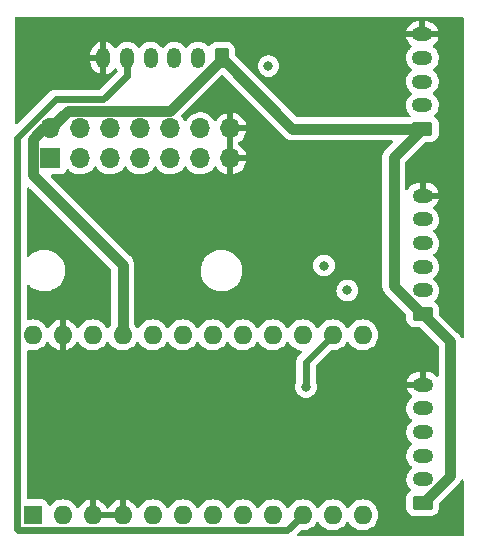
<source format=gbr>
%TF.GenerationSoftware,KiCad,Pcbnew,(6.0.9)*%
%TF.CreationDate,2023-01-21T18:50:51-09:00*%
%TF.ProjectId,CONTROLLER_Stick,434f4e54-524f-44c4-9c45-525f53746963,rev?*%
%TF.SameCoordinates,Original*%
%TF.FileFunction,Copper,L4,Bot*%
%TF.FilePolarity,Positive*%
%FSLAX46Y46*%
G04 Gerber Fmt 4.6, Leading zero omitted, Abs format (unit mm)*
G04 Created by KiCad (PCBNEW (6.0.9)) date 2023-01-21 18:50:51*
%MOMM*%
%LPD*%
G01*
G04 APERTURE LIST*
G04 Aperture macros list*
%AMRoundRect*
0 Rectangle with rounded corners*
0 $1 Rounding radius*
0 $2 $3 $4 $5 $6 $7 $8 $9 X,Y pos of 4 corners*
0 Add a 4 corners polygon primitive as box body*
4,1,4,$2,$3,$4,$5,$6,$7,$8,$9,$2,$3,0*
0 Add four circle primitives for the rounded corners*
1,1,$1+$1,$2,$3*
1,1,$1+$1,$4,$5*
1,1,$1+$1,$6,$7*
1,1,$1+$1,$8,$9*
0 Add four rect primitives between the rounded corners*
20,1,$1+$1,$2,$3,$4,$5,0*
20,1,$1+$1,$4,$5,$6,$7,0*
20,1,$1+$1,$6,$7,$8,$9,0*
20,1,$1+$1,$8,$9,$2,$3,0*%
G04 Aperture macros list end*
%TA.AperFunction,ComponentPad*%
%ADD10RoundRect,0.250000X0.625000X-0.350000X0.625000X0.350000X-0.625000X0.350000X-0.625000X-0.350000X0*%
%TD*%
%TA.AperFunction,ComponentPad*%
%ADD11O,1.750000X1.200000*%
%TD*%
%TA.AperFunction,ComponentPad*%
%ADD12R,1.600000X1.600000*%
%TD*%
%TA.AperFunction,ComponentPad*%
%ADD13O,1.600000X1.600000*%
%TD*%
%TA.AperFunction,ComponentPad*%
%ADD14RoundRect,0.250000X0.350000X0.625000X-0.350000X0.625000X-0.350000X-0.625000X0.350000X-0.625000X0*%
%TD*%
%TA.AperFunction,ComponentPad*%
%ADD15O,1.200000X1.750000*%
%TD*%
%TA.AperFunction,ComponentPad*%
%ADD16O,1.700000X1.700000*%
%TD*%
%TA.AperFunction,ComponentPad*%
%ADD17R,1.700000X1.700000*%
%TD*%
%TA.AperFunction,ViaPad*%
%ADD18C,0.800000*%
%TD*%
%TA.AperFunction,Conductor*%
%ADD19C,0.609600*%
%TD*%
%TA.AperFunction,Conductor*%
%ADD20C,0.914400*%
%TD*%
G04 APERTURE END LIST*
D10*
%TO.P,J4,1*%
%TO.N,+5V*%
X35000000Y-10000000D03*
D11*
%TO.P,J4,2*%
%TO.N,/CSg*%
X35000000Y-8000000D03*
%TO.P,J4,3*%
%TO.N,/SCK*%
X35000000Y-6000000D03*
%TO.P,J4,4*%
%TO.N,/MISOg*%
X35000000Y-4000000D03*
%TO.P,J4,5*%
%TO.N,GND*%
X35000000Y-2000000D03*
%TD*%
D10*
%TO.P,J2,1*%
%TO.N,+5V*%
X35024000Y-41670000D03*
D11*
%TO.P,J2,2*%
%TO.N,/MISO*%
X35024000Y-39670000D03*
%TO.P,J2,3*%
%TO.N,/MOSI*%
X35024000Y-37670000D03*
%TO.P,J2,4*%
%TO.N,/SCK*%
X35024000Y-35670000D03*
%TO.P,J2,5*%
%TO.N,/CSy*%
X35024000Y-33670000D03*
%TO.P,J2,6*%
%TO.N,GND*%
X35024000Y-31670000D03*
%TD*%
D10*
%TO.P,J1,1*%
%TO.N,+5V*%
X35024000Y-25670000D03*
D11*
%TO.P,J1,2*%
%TO.N,/MISO*%
X35024000Y-23670000D03*
%TO.P,J1,3*%
%TO.N,/MOSI*%
X35024000Y-21670000D03*
%TO.P,J1,4*%
%TO.N,/SCK*%
X35024000Y-19670000D03*
%TO.P,J1,5*%
%TO.N,/CSx*%
X35024000Y-17670000D03*
%TO.P,J1,6*%
%TO.N,GND*%
X35024000Y-15670000D03*
%TD*%
D12*
%TO.P,U1,1*%
%TO.N,/D1*%
X2004000Y-42688000D03*
D13*
%TO.P,U1,2*%
%TO.N,/D0*%
X4544000Y-42688000D03*
%TO.P,U1,3*%
%TO.N,GND*%
X7084000Y-42688000D03*
%TO.P,U1,4*%
X9624000Y-42688000D03*
%TO.P,U1,5*%
%TO.N,/D2*%
X12164000Y-42688000D03*
%TO.P,U1,6*%
%TO.N,/~{D3}*%
X14704000Y-42688000D03*
%TO.P,U1,7*%
%TO.N,/D4A6*%
X17244000Y-42688000D03*
%TO.P,U1,8*%
%TO.N,/~{D5}*%
X19784000Y-42688000D03*
%TO.P,U1,9*%
%TO.N,/CSg*%
X22324000Y-42688000D03*
%TO.P,U1,10*%
%TO.N,/CSz*%
X24864000Y-42688000D03*
%TO.P,U1,11*%
%TO.N,/CSy*%
X27404000Y-42688000D03*
%TO.P,U1,12*%
%TO.N,/CSx*%
X29944000Y-42688000D03*
%TO.P,U1,13*%
%TO.N,/~{D10A10}*%
X29944000Y-27448000D03*
%TO.P,U1,14*%
%TO.N,/MOSI*%
X27404000Y-27448000D03*
%TO.P,U1,15*%
%TO.N,/MISO*%
X24864000Y-27448000D03*
%TO.P,U1,16*%
%TO.N,/SCK*%
X22324000Y-27448000D03*
%TO.P,U1,17*%
%TO.N,/A0*%
X19784000Y-27448000D03*
%TO.P,U1,18*%
%TO.N,/A1*%
X17244000Y-27448000D03*
%TO.P,U1,19*%
%TO.N,/A2*%
X14704000Y-27448000D03*
%TO.P,U1,20*%
%TO.N,/A3*%
X12164000Y-27448000D03*
%TO.P,U1,21*%
%TO.N,+5V*%
X9624000Y-27448000D03*
%TO.P,U1,22*%
%TO.N,/RST*%
X7084000Y-27448000D03*
%TO.P,U1,23*%
%TO.N,GND*%
X4544000Y-27448000D03*
%TO.P,U1,24*%
%TO.N,Net-(U1-Pad24)*%
X2004000Y-27448000D03*
%TD*%
D14*
%TO.P,J3,1*%
%TO.N,+5V*%
X18000000Y-4000000D03*
D15*
%TO.P,J3,2*%
%TO.N,/MISO*%
X16000000Y-4000000D03*
%TO.P,J3,3*%
%TO.N,/MOSI*%
X14000000Y-4000000D03*
%TO.P,J3,4*%
%TO.N,/SCK*%
X12000000Y-4000000D03*
%TO.P,J3,5*%
%TO.N,/CSz*%
X10000000Y-4000000D03*
%TO.P,J3,6*%
%TO.N,GND*%
X8000000Y-4000000D03*
%TD*%
D16*
%TO.P,J5,14*%
%TO.N,GND*%
X18740000Y-9960000D03*
%TO.P,J5,13*%
X18740000Y-12500000D03*
%TO.P,J5,12*%
%TO.N,/~{D10A10}*%
X16200000Y-9960000D03*
%TO.P,J5,11*%
%TO.N,/~{D5}*%
X16200000Y-12500000D03*
%TO.P,J5,10*%
%TO.N,/A0*%
X13660000Y-9960000D03*
%TO.P,J5,9*%
%TO.N,/D4A6*%
X13660000Y-12500000D03*
%TO.P,J5,8*%
%TO.N,/A1*%
X11120000Y-9960000D03*
%TO.P,J5,7*%
%TO.N,/~{D3}*%
X11120000Y-12500000D03*
%TO.P,J5,6*%
%TO.N,/A2*%
X8580000Y-9960000D03*
%TO.P,J5,5*%
%TO.N,/D2*%
X8580000Y-12500000D03*
%TO.P,J5,4*%
%TO.N,/A3*%
X6040000Y-9960000D03*
%TO.P,J5,3*%
%TO.N,/D0*%
X6040000Y-12500000D03*
%TO.P,J5,2*%
%TO.N,+5V*%
X3500000Y-9960000D03*
D17*
%TO.P,J5,1*%
%TO.N,/D1*%
X3500000Y-12500000D03*
%TD*%
D18*
%TO.N,/MOSI*%
X25146000Y-31859500D03*
%TO.N,/MISO*%
X21971000Y-4681500D03*
X26670000Y-21572500D03*
X28642000Y-23670000D03*
%TD*%
D19*
%TO.N,/MOSI*%
X25146000Y-29706000D02*
X27404000Y-27448000D01*
X25146000Y-31859500D02*
X25146000Y-29706000D01*
D20*
%TO.N,+5V*%
X18000000Y-4052963D02*
X18000000Y-4000000D01*
X13600164Y-8452799D02*
X18000000Y-4052963D01*
X5007201Y-8452799D02*
X13600164Y-8452799D01*
X3500000Y-9960000D02*
X5007201Y-8452799D01*
X24000000Y-10000000D02*
X35000000Y-10000000D01*
X18000000Y-4000000D02*
X24000000Y-10000000D01*
X35076963Y-41670000D02*
X35024000Y-41670000D01*
X37338000Y-39408963D02*
X35076963Y-41670000D01*
X37338000Y-27984000D02*
X37338000Y-39408963D01*
X35024000Y-25670000D02*
X37338000Y-27984000D01*
X34971037Y-25670000D02*
X35024000Y-25670000D01*
X32575500Y-23274463D02*
X34971037Y-25670000D01*
X32575500Y-12424500D02*
X32575500Y-23274463D01*
X35000000Y-10000000D02*
X32575500Y-12424500D01*
X1992799Y-13875761D02*
X1992799Y-10822583D01*
X9624000Y-27448000D02*
X9624000Y-21506962D01*
X9624000Y-21506962D02*
X1992799Y-13875761D01*
X1992799Y-10822583D02*
X2855382Y-9960000D01*
X2855382Y-9960000D02*
X3500000Y-9960000D01*
D19*
%TO.N,/CSz*%
X800159Y-43992801D02*
X23559199Y-43992801D01*
X699199Y-10755695D02*
X699199Y-43891841D01*
X10000000Y-4000000D02*
X10000000Y-5484600D01*
X7993812Y-7490788D02*
X3964106Y-7490788D01*
X3964106Y-7490788D02*
X699199Y-10755695D01*
X10000000Y-5484600D02*
X7993812Y-7490788D01*
X23559199Y-43992801D02*
X24864000Y-42688000D01*
X699199Y-43891841D02*
X800159Y-43992801D01*
%TD*%
%TA.AperFunction,Conductor*%
%TO.N,GND*%
G36*
X18070515Y-5452322D02*
G01*
X18115577Y-5481283D01*
X23306084Y-10671790D01*
X23308537Y-10674312D01*
X23361353Y-10730164D01*
X23361358Y-10730168D01*
X23365738Y-10734800D01*
X23370965Y-10738460D01*
X23413294Y-10768100D01*
X23420657Y-10773668D01*
X23465659Y-10810370D01*
X23490029Y-10823111D01*
X23503916Y-10831554D01*
X23526444Y-10847328D01*
X23532303Y-10849863D01*
X23532304Y-10849864D01*
X23579741Y-10870392D01*
X23588057Y-10874358D01*
X23639521Y-10901262D01*
X23645655Y-10903021D01*
X23665951Y-10908841D01*
X23681259Y-10914322D01*
X23706496Y-10925243D01*
X23712738Y-10926547D01*
X23712741Y-10926548D01*
X23763344Y-10937120D01*
X23772305Y-10939338D01*
X23821971Y-10953579D01*
X23821975Y-10953580D01*
X23828107Y-10955338D01*
X23855517Y-10957447D01*
X23871612Y-10959738D01*
X23898536Y-10965363D01*
X23904967Y-10965700D01*
X23957920Y-10965700D01*
X23967587Y-10966071D01*
X24017356Y-10969901D01*
X24017359Y-10969901D01*
X24023715Y-10970390D01*
X24052971Y-10966694D01*
X24068764Y-10965700D01*
X32364404Y-10965700D01*
X32432525Y-10985702D01*
X32479018Y-11039358D01*
X32489122Y-11109632D01*
X32459628Y-11174212D01*
X32453499Y-11180795D01*
X31903710Y-11730584D01*
X31901188Y-11733037D01*
X31845336Y-11785853D01*
X31845332Y-11785858D01*
X31840700Y-11790238D01*
X31837040Y-11795465D01*
X31807400Y-11837794D01*
X31801832Y-11845157D01*
X31765130Y-11890159D01*
X31762174Y-11895814D01*
X31762171Y-11895818D01*
X31752392Y-11914524D01*
X31743943Y-11928421D01*
X31728172Y-11950944D01*
X31725639Y-11956798D01*
X31705112Y-12004234D01*
X31701135Y-12012571D01*
X31674237Y-12064021D01*
X31672479Y-12070153D01*
X31666657Y-12090457D01*
X31661176Y-12105765D01*
X31650257Y-12130996D01*
X31648952Y-12137244D01*
X31638385Y-12187824D01*
X31636167Y-12196788D01*
X31620161Y-12252607D01*
X31619672Y-12258967D01*
X31619671Y-12258971D01*
X31618052Y-12280020D01*
X31615760Y-12296122D01*
X31610137Y-12323036D01*
X31609800Y-12329467D01*
X31609800Y-12382419D01*
X31609429Y-12392084D01*
X31605110Y-12448216D01*
X31605910Y-12454548D01*
X31608806Y-12477473D01*
X31609800Y-12493265D01*
X31609800Y-23258823D01*
X31609751Y-23262341D01*
X31608903Y-23292721D01*
X31607427Y-23345554D01*
X31608536Y-23351843D01*
X31617510Y-23402739D01*
X31618779Y-23411885D01*
X31623865Y-23461951D01*
X31624646Y-23469645D01*
X31626554Y-23475733D01*
X31626554Y-23475734D01*
X31632866Y-23495875D01*
X31636718Y-23511674D01*
X31641494Y-23538760D01*
X31643843Y-23544692D01*
X31643843Y-23544693D01*
X31662869Y-23592745D01*
X31665944Y-23601427D01*
X31683314Y-23656855D01*
X31686411Y-23662442D01*
X31686413Y-23662447D01*
X31696645Y-23680905D01*
X31703592Y-23695601D01*
X31713716Y-23721170D01*
X31717209Y-23726508D01*
X31717210Y-23726510D01*
X31745510Y-23769757D01*
X31750274Y-23777654D01*
X31778427Y-23828443D01*
X31782578Y-23833286D01*
X31796320Y-23849320D01*
X31806080Y-23862320D01*
X31821139Y-23885332D01*
X31825449Y-23890118D01*
X31862885Y-23927554D01*
X31869458Y-23934651D01*
X31906100Y-23977402D01*
X31929410Y-23995483D01*
X31941279Y-24005948D01*
X33603595Y-25668264D01*
X33637621Y-25730576D01*
X33640500Y-25757359D01*
X33640500Y-26070400D01*
X33640837Y-26073646D01*
X33640837Y-26073650D01*
X33650344Y-26165273D01*
X33651474Y-26176166D01*
X33707450Y-26343946D01*
X33800522Y-26494348D01*
X33925697Y-26619305D01*
X34076262Y-26712115D01*
X34156005Y-26738564D01*
X34237611Y-26765632D01*
X34237613Y-26765632D01*
X34244139Y-26767797D01*
X34250975Y-26768497D01*
X34250978Y-26768498D01*
X34294031Y-26772909D01*
X34348600Y-26778500D01*
X34714604Y-26778500D01*
X34782725Y-26798502D01*
X34803699Y-26815405D01*
X36335395Y-28347101D01*
X36369421Y-28409413D01*
X36372300Y-28436196D01*
X36372300Y-30872586D01*
X36352298Y-30940707D01*
X36298642Y-30987200D01*
X36228368Y-30997304D01*
X36163788Y-30967810D01*
X36149304Y-30951847D01*
X36148955Y-30952148D01*
X36137239Y-30938575D01*
X35993169Y-30800658D01*
X35983804Y-30793262D01*
X35816259Y-30685079D01*
X35805655Y-30679583D01*
X35620688Y-30605039D01*
X35609230Y-30601645D01*
X35412072Y-30563143D01*
X35403209Y-30562066D01*
X35400500Y-30562000D01*
X35296115Y-30562000D01*
X35280876Y-30566475D01*
X35279671Y-30567865D01*
X35278000Y-30575548D01*
X35278000Y-31798000D01*
X35257998Y-31866121D01*
X35204342Y-31912614D01*
X35152000Y-31924000D01*
X33688598Y-31924000D01*
X33675067Y-31927973D01*
X33673712Y-31937399D01*
X33695194Y-32026537D01*
X33699083Y-32037832D01*
X33781629Y-32219382D01*
X33787576Y-32229724D01*
X33902968Y-32392397D01*
X33910761Y-32401425D01*
X34054831Y-32539342D01*
X34064200Y-32546741D01*
X34091577Y-32564418D01*
X34137955Y-32618172D01*
X34147909Y-32688468D01*
X34118278Y-32752985D01*
X34101063Y-32769356D01*
X33981080Y-32863604D01*
X33977148Y-32868135D01*
X33977145Y-32868138D01*
X33904835Y-32951468D01*
X33842448Y-33023363D01*
X33839448Y-33028549D01*
X33839445Y-33028553D01*
X33789485Y-33114913D01*
X33736527Y-33206454D01*
X33667139Y-33406271D01*
X33636787Y-33615604D01*
X33646567Y-33826899D01*
X33696125Y-34032534D01*
X33783674Y-34225087D01*
X33906054Y-34397611D01*
X34058850Y-34543881D01*
X34063888Y-34547134D01*
X34091163Y-34564746D01*
X34137540Y-34618501D01*
X34147493Y-34688797D01*
X34117861Y-34753314D01*
X34100649Y-34769681D01*
X33981080Y-34863604D01*
X33977148Y-34868135D01*
X33977145Y-34868138D01*
X33904835Y-34951468D01*
X33842448Y-35023363D01*
X33839448Y-35028549D01*
X33839445Y-35028553D01*
X33789485Y-35114913D01*
X33736527Y-35206454D01*
X33667139Y-35406271D01*
X33636787Y-35615604D01*
X33646567Y-35826899D01*
X33696125Y-36032534D01*
X33783674Y-36225087D01*
X33906054Y-36397611D01*
X34058850Y-36543881D01*
X34063888Y-36547134D01*
X34091163Y-36564746D01*
X34137540Y-36618501D01*
X34147493Y-36688797D01*
X34117861Y-36753314D01*
X34100649Y-36769681D01*
X33981080Y-36863604D01*
X33977148Y-36868135D01*
X33977145Y-36868138D01*
X33904835Y-36951468D01*
X33842448Y-37023363D01*
X33839448Y-37028549D01*
X33839445Y-37028553D01*
X33789485Y-37114913D01*
X33736527Y-37206454D01*
X33667139Y-37406271D01*
X33636787Y-37615604D01*
X33646567Y-37826899D01*
X33696125Y-38032534D01*
X33783674Y-38225087D01*
X33906054Y-38397611D01*
X34058850Y-38543881D01*
X34063888Y-38547134D01*
X34091163Y-38564746D01*
X34137540Y-38618501D01*
X34147493Y-38688797D01*
X34117861Y-38753314D01*
X34100649Y-38769681D01*
X33981080Y-38863604D01*
X33977148Y-38868135D01*
X33977145Y-38868138D01*
X33904835Y-38951468D01*
X33842448Y-39023363D01*
X33839448Y-39028549D01*
X33839445Y-39028553D01*
X33789485Y-39114913D01*
X33736527Y-39206454D01*
X33667139Y-39406271D01*
X33666278Y-39412206D01*
X33666278Y-39412208D01*
X33661350Y-39446200D01*
X33636787Y-39615604D01*
X33646567Y-39826899D01*
X33647971Y-39832724D01*
X33647971Y-39832725D01*
X33687241Y-39995669D01*
X33696125Y-40032534D01*
X33698607Y-40037992D01*
X33698608Y-40037996D01*
X33726994Y-40100426D01*
X33783674Y-40225087D01*
X33906054Y-40397611D01*
X33910381Y-40401753D01*
X33910386Y-40401759D01*
X34001317Y-40488806D01*
X34036694Y-40550361D01*
X34033175Y-40621270D01*
X33991879Y-40679021D01*
X33980496Y-40686965D01*
X33924652Y-40721522D01*
X33799695Y-40846697D01*
X33706885Y-40997262D01*
X33651203Y-41165139D01*
X33640500Y-41269600D01*
X33640500Y-42070400D01*
X33640837Y-42073646D01*
X33640837Y-42073650D01*
X33648177Y-42144387D01*
X33651474Y-42176166D01*
X33653655Y-42182702D01*
X33653655Y-42182704D01*
X33697728Y-42314806D01*
X33707450Y-42343946D01*
X33800522Y-42494348D01*
X33925697Y-42619305D01*
X33931927Y-42623145D01*
X33931928Y-42623146D01*
X34069090Y-42707694D01*
X34076262Y-42712115D01*
X34156005Y-42738564D01*
X34237611Y-42765632D01*
X34237613Y-42765632D01*
X34244139Y-42767797D01*
X34250975Y-42768497D01*
X34250978Y-42768498D01*
X34294031Y-42772909D01*
X34348600Y-42778500D01*
X35699400Y-42778500D01*
X35702646Y-42778163D01*
X35702650Y-42778163D01*
X35798308Y-42768238D01*
X35798312Y-42768237D01*
X35805166Y-42767526D01*
X35811702Y-42765345D01*
X35811704Y-42765345D01*
X35943806Y-42721272D01*
X35972946Y-42711550D01*
X36123348Y-42618478D01*
X36248305Y-42493303D01*
X36286633Y-42431124D01*
X36337275Y-42348968D01*
X36337276Y-42348966D01*
X36341115Y-42342738D01*
X36396797Y-42174861D01*
X36407500Y-42070400D01*
X36407500Y-41757359D01*
X36427502Y-41689238D01*
X36444405Y-41668264D01*
X38009790Y-40102879D01*
X38012312Y-40100426D01*
X38068164Y-40047610D01*
X38068168Y-40047605D01*
X38072800Y-40043225D01*
X38106100Y-39995669D01*
X38111668Y-39988306D01*
X38144337Y-39948249D01*
X38148370Y-39943304D01*
X38151326Y-39937649D01*
X38151329Y-39937645D01*
X38161108Y-39918939D01*
X38169557Y-39905042D01*
X38181669Y-39887744D01*
X38185328Y-39882519D01*
X38208388Y-39829229D01*
X38212365Y-39820892D01*
X38236307Y-39775096D01*
X38239263Y-39769442D01*
X38241021Y-39763312D01*
X38241023Y-39763306D01*
X38244381Y-39751595D01*
X38282384Y-39691626D01*
X38346775Y-39661723D01*
X38417112Y-39671380D01*
X38471063Y-39717530D01*
X38491500Y-39786324D01*
X38491500Y-44365500D01*
X38471498Y-44433621D01*
X38417842Y-44480114D01*
X38365500Y-44491500D01*
X24514870Y-44491500D01*
X24446749Y-44471498D01*
X24400256Y-44417842D01*
X24390152Y-44347568D01*
X24419646Y-44282988D01*
X24425775Y-44276405D01*
X24672274Y-44029906D01*
X24734586Y-43995880D01*
X24772350Y-43993480D01*
X24858524Y-44001019D01*
X24858525Y-44001019D01*
X24864000Y-44001498D01*
X25092087Y-43981543D01*
X25097400Y-43980119D01*
X25097402Y-43980119D01*
X25307933Y-43923707D01*
X25307935Y-43923706D01*
X25313243Y-43922284D01*
X25318225Y-43919961D01*
X25515762Y-43827849D01*
X25515767Y-43827846D01*
X25520749Y-43825523D01*
X25625611Y-43752098D01*
X25703789Y-43697357D01*
X25703792Y-43697355D01*
X25708300Y-43694198D01*
X25870198Y-43532300D01*
X26001523Y-43344749D01*
X26003846Y-43339767D01*
X26003849Y-43339762D01*
X26019805Y-43305543D01*
X26066722Y-43252258D01*
X26134999Y-43232797D01*
X26202959Y-43253339D01*
X26248195Y-43305543D01*
X26264151Y-43339762D01*
X26264154Y-43339767D01*
X26266477Y-43344749D01*
X26397802Y-43532300D01*
X26559700Y-43694198D01*
X26564208Y-43697355D01*
X26564211Y-43697357D01*
X26642389Y-43752098D01*
X26747251Y-43825523D01*
X26752233Y-43827846D01*
X26752238Y-43827849D01*
X26949775Y-43919961D01*
X26954757Y-43922284D01*
X26960065Y-43923706D01*
X26960067Y-43923707D01*
X27170598Y-43980119D01*
X27170600Y-43980119D01*
X27175913Y-43981543D01*
X27404000Y-44001498D01*
X27632087Y-43981543D01*
X27637400Y-43980119D01*
X27637402Y-43980119D01*
X27847933Y-43923707D01*
X27847935Y-43923706D01*
X27853243Y-43922284D01*
X27858225Y-43919961D01*
X28055762Y-43827849D01*
X28055767Y-43827846D01*
X28060749Y-43825523D01*
X28165611Y-43752098D01*
X28243789Y-43697357D01*
X28243792Y-43697355D01*
X28248300Y-43694198D01*
X28410198Y-43532300D01*
X28541523Y-43344749D01*
X28543846Y-43339767D01*
X28543849Y-43339762D01*
X28559805Y-43305543D01*
X28606722Y-43252258D01*
X28674999Y-43232797D01*
X28742959Y-43253339D01*
X28788195Y-43305543D01*
X28804151Y-43339762D01*
X28804154Y-43339767D01*
X28806477Y-43344749D01*
X28937802Y-43532300D01*
X29099700Y-43694198D01*
X29104208Y-43697355D01*
X29104211Y-43697357D01*
X29182389Y-43752098D01*
X29287251Y-43825523D01*
X29292233Y-43827846D01*
X29292238Y-43827849D01*
X29489775Y-43919961D01*
X29494757Y-43922284D01*
X29500065Y-43923706D01*
X29500067Y-43923707D01*
X29710598Y-43980119D01*
X29710600Y-43980119D01*
X29715913Y-43981543D01*
X29944000Y-44001498D01*
X30172087Y-43981543D01*
X30177400Y-43980119D01*
X30177402Y-43980119D01*
X30387933Y-43923707D01*
X30387935Y-43923706D01*
X30393243Y-43922284D01*
X30398225Y-43919961D01*
X30595762Y-43827849D01*
X30595767Y-43827846D01*
X30600749Y-43825523D01*
X30705611Y-43752098D01*
X30783789Y-43697357D01*
X30783792Y-43697355D01*
X30788300Y-43694198D01*
X30950198Y-43532300D01*
X31081523Y-43344749D01*
X31083846Y-43339767D01*
X31083849Y-43339762D01*
X31175961Y-43142225D01*
X31175961Y-43142224D01*
X31178284Y-43137243D01*
X31233651Y-42930614D01*
X31236119Y-42921402D01*
X31236119Y-42921400D01*
X31237543Y-42916087D01*
X31257498Y-42688000D01*
X31237543Y-42459913D01*
X31229028Y-42428135D01*
X31179707Y-42244067D01*
X31179706Y-42244065D01*
X31178284Y-42238757D01*
X31101270Y-42073598D01*
X31083849Y-42036238D01*
X31083846Y-42036233D01*
X31081523Y-42031251D01*
X30950198Y-41843700D01*
X30788300Y-41681802D01*
X30783792Y-41678645D01*
X30783789Y-41678643D01*
X30705611Y-41623902D01*
X30600749Y-41550477D01*
X30595767Y-41548154D01*
X30595762Y-41548151D01*
X30398225Y-41456039D01*
X30398224Y-41456039D01*
X30393243Y-41453716D01*
X30387935Y-41452294D01*
X30387933Y-41452293D01*
X30177402Y-41395881D01*
X30177400Y-41395881D01*
X30172087Y-41394457D01*
X29944000Y-41374502D01*
X29715913Y-41394457D01*
X29710600Y-41395881D01*
X29710598Y-41395881D01*
X29500067Y-41452293D01*
X29500065Y-41452294D01*
X29494757Y-41453716D01*
X29489776Y-41456039D01*
X29489775Y-41456039D01*
X29292238Y-41548151D01*
X29292233Y-41548154D01*
X29287251Y-41550477D01*
X29182389Y-41623902D01*
X29104211Y-41678643D01*
X29104208Y-41678645D01*
X29099700Y-41681802D01*
X28937802Y-41843700D01*
X28806477Y-42031251D01*
X28804154Y-42036233D01*
X28804151Y-42036238D01*
X28788195Y-42070457D01*
X28741278Y-42123742D01*
X28673001Y-42143203D01*
X28605041Y-42122661D01*
X28559805Y-42070457D01*
X28543849Y-42036238D01*
X28543846Y-42036233D01*
X28541523Y-42031251D01*
X28410198Y-41843700D01*
X28248300Y-41681802D01*
X28243792Y-41678645D01*
X28243789Y-41678643D01*
X28165611Y-41623902D01*
X28060749Y-41550477D01*
X28055767Y-41548154D01*
X28055762Y-41548151D01*
X27858225Y-41456039D01*
X27858224Y-41456039D01*
X27853243Y-41453716D01*
X27847935Y-41452294D01*
X27847933Y-41452293D01*
X27637402Y-41395881D01*
X27637400Y-41395881D01*
X27632087Y-41394457D01*
X27404000Y-41374502D01*
X27175913Y-41394457D01*
X27170600Y-41395881D01*
X27170598Y-41395881D01*
X26960067Y-41452293D01*
X26960065Y-41452294D01*
X26954757Y-41453716D01*
X26949776Y-41456039D01*
X26949775Y-41456039D01*
X26752238Y-41548151D01*
X26752233Y-41548154D01*
X26747251Y-41550477D01*
X26642389Y-41623902D01*
X26564211Y-41678643D01*
X26564208Y-41678645D01*
X26559700Y-41681802D01*
X26397802Y-41843700D01*
X26266477Y-42031251D01*
X26264154Y-42036233D01*
X26264151Y-42036238D01*
X26248195Y-42070457D01*
X26201278Y-42123742D01*
X26133001Y-42143203D01*
X26065041Y-42122661D01*
X26019805Y-42070457D01*
X26003849Y-42036238D01*
X26003846Y-42036233D01*
X26001523Y-42031251D01*
X25870198Y-41843700D01*
X25708300Y-41681802D01*
X25703792Y-41678645D01*
X25703789Y-41678643D01*
X25625611Y-41623902D01*
X25520749Y-41550477D01*
X25515767Y-41548154D01*
X25515762Y-41548151D01*
X25318225Y-41456039D01*
X25318224Y-41456039D01*
X25313243Y-41453716D01*
X25307935Y-41452294D01*
X25307933Y-41452293D01*
X25097402Y-41395881D01*
X25097400Y-41395881D01*
X25092087Y-41394457D01*
X24864000Y-41374502D01*
X24635913Y-41394457D01*
X24630600Y-41395881D01*
X24630598Y-41395881D01*
X24420067Y-41452293D01*
X24420065Y-41452294D01*
X24414757Y-41453716D01*
X24409776Y-41456039D01*
X24409775Y-41456039D01*
X24212238Y-41548151D01*
X24212233Y-41548154D01*
X24207251Y-41550477D01*
X24102389Y-41623902D01*
X24024211Y-41678643D01*
X24024208Y-41678645D01*
X24019700Y-41681802D01*
X23857802Y-41843700D01*
X23726477Y-42031251D01*
X23724154Y-42036233D01*
X23724151Y-42036238D01*
X23708195Y-42070457D01*
X23661278Y-42123742D01*
X23593001Y-42143203D01*
X23525041Y-42122661D01*
X23479805Y-42070457D01*
X23463849Y-42036238D01*
X23463846Y-42036233D01*
X23461523Y-42031251D01*
X23330198Y-41843700D01*
X23168300Y-41681802D01*
X23163792Y-41678645D01*
X23163789Y-41678643D01*
X23085611Y-41623902D01*
X22980749Y-41550477D01*
X22975767Y-41548154D01*
X22975762Y-41548151D01*
X22778225Y-41456039D01*
X22778224Y-41456039D01*
X22773243Y-41453716D01*
X22767935Y-41452294D01*
X22767933Y-41452293D01*
X22557402Y-41395881D01*
X22557400Y-41395881D01*
X22552087Y-41394457D01*
X22324000Y-41374502D01*
X22095913Y-41394457D01*
X22090600Y-41395881D01*
X22090598Y-41395881D01*
X21880067Y-41452293D01*
X21880065Y-41452294D01*
X21874757Y-41453716D01*
X21869776Y-41456039D01*
X21869775Y-41456039D01*
X21672238Y-41548151D01*
X21672233Y-41548154D01*
X21667251Y-41550477D01*
X21562389Y-41623902D01*
X21484211Y-41678643D01*
X21484208Y-41678645D01*
X21479700Y-41681802D01*
X21317802Y-41843700D01*
X21186477Y-42031251D01*
X21184154Y-42036233D01*
X21184151Y-42036238D01*
X21168195Y-42070457D01*
X21121278Y-42123742D01*
X21053001Y-42143203D01*
X20985041Y-42122661D01*
X20939805Y-42070457D01*
X20923849Y-42036238D01*
X20923846Y-42036233D01*
X20921523Y-42031251D01*
X20790198Y-41843700D01*
X20628300Y-41681802D01*
X20623792Y-41678645D01*
X20623789Y-41678643D01*
X20545611Y-41623902D01*
X20440749Y-41550477D01*
X20435767Y-41548154D01*
X20435762Y-41548151D01*
X20238225Y-41456039D01*
X20238224Y-41456039D01*
X20233243Y-41453716D01*
X20227935Y-41452294D01*
X20227933Y-41452293D01*
X20017402Y-41395881D01*
X20017400Y-41395881D01*
X20012087Y-41394457D01*
X19784000Y-41374502D01*
X19555913Y-41394457D01*
X19550600Y-41395881D01*
X19550598Y-41395881D01*
X19340067Y-41452293D01*
X19340065Y-41452294D01*
X19334757Y-41453716D01*
X19329776Y-41456039D01*
X19329775Y-41456039D01*
X19132238Y-41548151D01*
X19132233Y-41548154D01*
X19127251Y-41550477D01*
X19022389Y-41623902D01*
X18944211Y-41678643D01*
X18944208Y-41678645D01*
X18939700Y-41681802D01*
X18777802Y-41843700D01*
X18646477Y-42031251D01*
X18644154Y-42036233D01*
X18644151Y-42036238D01*
X18628195Y-42070457D01*
X18581278Y-42123742D01*
X18513001Y-42143203D01*
X18445041Y-42122661D01*
X18399805Y-42070457D01*
X18383849Y-42036238D01*
X18383846Y-42036233D01*
X18381523Y-42031251D01*
X18250198Y-41843700D01*
X18088300Y-41681802D01*
X18083792Y-41678645D01*
X18083789Y-41678643D01*
X18005611Y-41623902D01*
X17900749Y-41550477D01*
X17895767Y-41548154D01*
X17895762Y-41548151D01*
X17698225Y-41456039D01*
X17698224Y-41456039D01*
X17693243Y-41453716D01*
X17687935Y-41452294D01*
X17687933Y-41452293D01*
X17477402Y-41395881D01*
X17477400Y-41395881D01*
X17472087Y-41394457D01*
X17244000Y-41374502D01*
X17015913Y-41394457D01*
X17010600Y-41395881D01*
X17010598Y-41395881D01*
X16800067Y-41452293D01*
X16800065Y-41452294D01*
X16794757Y-41453716D01*
X16789776Y-41456039D01*
X16789775Y-41456039D01*
X16592238Y-41548151D01*
X16592233Y-41548154D01*
X16587251Y-41550477D01*
X16482389Y-41623902D01*
X16404211Y-41678643D01*
X16404208Y-41678645D01*
X16399700Y-41681802D01*
X16237802Y-41843700D01*
X16106477Y-42031251D01*
X16104154Y-42036233D01*
X16104151Y-42036238D01*
X16088195Y-42070457D01*
X16041278Y-42123742D01*
X15973001Y-42143203D01*
X15905041Y-42122661D01*
X15859805Y-42070457D01*
X15843849Y-42036238D01*
X15843846Y-42036233D01*
X15841523Y-42031251D01*
X15710198Y-41843700D01*
X15548300Y-41681802D01*
X15543792Y-41678645D01*
X15543789Y-41678643D01*
X15465611Y-41623902D01*
X15360749Y-41550477D01*
X15355767Y-41548154D01*
X15355762Y-41548151D01*
X15158225Y-41456039D01*
X15158224Y-41456039D01*
X15153243Y-41453716D01*
X15147935Y-41452294D01*
X15147933Y-41452293D01*
X14937402Y-41395881D01*
X14937400Y-41395881D01*
X14932087Y-41394457D01*
X14704000Y-41374502D01*
X14475913Y-41394457D01*
X14470600Y-41395881D01*
X14470598Y-41395881D01*
X14260067Y-41452293D01*
X14260065Y-41452294D01*
X14254757Y-41453716D01*
X14249776Y-41456039D01*
X14249775Y-41456039D01*
X14052238Y-41548151D01*
X14052233Y-41548154D01*
X14047251Y-41550477D01*
X13942389Y-41623902D01*
X13864211Y-41678643D01*
X13864208Y-41678645D01*
X13859700Y-41681802D01*
X13697802Y-41843700D01*
X13566477Y-42031251D01*
X13564154Y-42036233D01*
X13564151Y-42036238D01*
X13548195Y-42070457D01*
X13501278Y-42123742D01*
X13433001Y-42143203D01*
X13365041Y-42122661D01*
X13319805Y-42070457D01*
X13303849Y-42036238D01*
X13303846Y-42036233D01*
X13301523Y-42031251D01*
X13170198Y-41843700D01*
X13008300Y-41681802D01*
X13003792Y-41678645D01*
X13003789Y-41678643D01*
X12925611Y-41623902D01*
X12820749Y-41550477D01*
X12815767Y-41548154D01*
X12815762Y-41548151D01*
X12618225Y-41456039D01*
X12618224Y-41456039D01*
X12613243Y-41453716D01*
X12607935Y-41452294D01*
X12607933Y-41452293D01*
X12397402Y-41395881D01*
X12397400Y-41395881D01*
X12392087Y-41394457D01*
X12164000Y-41374502D01*
X11935913Y-41394457D01*
X11930600Y-41395881D01*
X11930598Y-41395881D01*
X11720067Y-41452293D01*
X11720065Y-41452294D01*
X11714757Y-41453716D01*
X11709776Y-41456039D01*
X11709775Y-41456039D01*
X11512238Y-41548151D01*
X11512233Y-41548154D01*
X11507251Y-41550477D01*
X11402389Y-41623902D01*
X11324211Y-41678643D01*
X11324208Y-41678645D01*
X11319700Y-41681802D01*
X11157802Y-41843700D01*
X11026477Y-42031251D01*
X11024154Y-42036233D01*
X11024151Y-42036238D01*
X11007919Y-42071049D01*
X10961002Y-42124334D01*
X10892725Y-42143795D01*
X10824765Y-42123253D01*
X10779529Y-42071049D01*
X10763414Y-42036489D01*
X10757931Y-42026993D01*
X10632972Y-41848533D01*
X10625916Y-41840125D01*
X10471875Y-41686084D01*
X10463467Y-41679028D01*
X10285007Y-41554069D01*
X10275511Y-41548586D01*
X10078053Y-41456510D01*
X10067761Y-41452764D01*
X9895497Y-41406606D01*
X9881401Y-41406942D01*
X9878000Y-41414884D01*
X9878000Y-42816000D01*
X9857998Y-42884121D01*
X9804342Y-42930614D01*
X9752000Y-42942000D01*
X6956000Y-42942000D01*
X6887879Y-42921998D01*
X6841386Y-42868342D01*
X6830000Y-42816000D01*
X6830000Y-42415885D01*
X7338000Y-42415885D01*
X7342475Y-42431124D01*
X7343865Y-42432329D01*
X7351548Y-42434000D01*
X9351885Y-42434000D01*
X9367124Y-42429525D01*
X9368329Y-42428135D01*
X9370000Y-42420452D01*
X9370000Y-41420033D01*
X9366027Y-41406502D01*
X9357478Y-41405273D01*
X9180239Y-41452764D01*
X9169947Y-41456510D01*
X8972489Y-41548586D01*
X8962993Y-41554069D01*
X8784533Y-41679028D01*
X8776125Y-41686084D01*
X8622084Y-41840125D01*
X8615028Y-41848533D01*
X8490069Y-42026993D01*
X8484586Y-42036489D01*
X8468195Y-42071641D01*
X8421278Y-42124926D01*
X8353001Y-42144387D01*
X8285041Y-42123845D01*
X8239805Y-42071641D01*
X8223414Y-42036489D01*
X8217931Y-42026993D01*
X8092972Y-41848533D01*
X8085916Y-41840125D01*
X7931875Y-41686084D01*
X7923467Y-41679028D01*
X7745007Y-41554069D01*
X7735511Y-41548586D01*
X7538053Y-41456510D01*
X7527761Y-41452764D01*
X7355497Y-41406606D01*
X7341401Y-41406942D01*
X7338000Y-41414884D01*
X7338000Y-42415885D01*
X6830000Y-42415885D01*
X6830000Y-41420033D01*
X6826027Y-41406502D01*
X6817478Y-41405273D01*
X6640239Y-41452764D01*
X6629947Y-41456510D01*
X6432489Y-41548586D01*
X6422993Y-41554069D01*
X6244533Y-41679028D01*
X6236125Y-41686084D01*
X6082084Y-41840125D01*
X6075028Y-41848533D01*
X5950069Y-42026993D01*
X5944586Y-42036489D01*
X5928471Y-42071049D01*
X5881554Y-42124334D01*
X5813277Y-42143795D01*
X5745317Y-42123253D01*
X5700081Y-42071049D01*
X5683849Y-42036238D01*
X5683846Y-42036233D01*
X5681523Y-42031251D01*
X5550198Y-41843700D01*
X5388300Y-41681802D01*
X5383792Y-41678645D01*
X5383789Y-41678643D01*
X5305611Y-41623902D01*
X5200749Y-41550477D01*
X5195767Y-41548154D01*
X5195762Y-41548151D01*
X4998225Y-41456039D01*
X4998224Y-41456039D01*
X4993243Y-41453716D01*
X4987935Y-41452294D01*
X4987933Y-41452293D01*
X4777402Y-41395881D01*
X4777400Y-41395881D01*
X4772087Y-41394457D01*
X4544000Y-41374502D01*
X4315913Y-41394457D01*
X4310600Y-41395881D01*
X4310598Y-41395881D01*
X4100067Y-41452293D01*
X4100065Y-41452294D01*
X4094757Y-41453716D01*
X4089776Y-41456039D01*
X4089775Y-41456039D01*
X3892238Y-41548151D01*
X3892233Y-41548154D01*
X3887251Y-41550477D01*
X3782389Y-41623902D01*
X3704211Y-41678643D01*
X3704208Y-41678645D01*
X3699700Y-41681802D01*
X3537802Y-41843700D01*
X3534643Y-41848211D01*
X3531108Y-41852424D01*
X3529974Y-41851473D01*
X3479929Y-41891471D01*
X3409310Y-41898776D01*
X3345951Y-41866742D01*
X3309970Y-41805538D01*
X3306918Y-41788483D01*
X3305745Y-41777684D01*
X3254615Y-41641295D01*
X3167261Y-41524739D01*
X3050705Y-41437385D01*
X2914316Y-41386255D01*
X2852134Y-41379500D01*
X1638499Y-41379500D01*
X1570378Y-41359498D01*
X1523885Y-41305842D01*
X1512499Y-41253500D01*
X1512499Y-28835168D01*
X1532501Y-28767047D01*
X1586157Y-28720554D01*
X1656431Y-28710450D01*
X1671110Y-28713461D01*
X1770598Y-28740119D01*
X1770600Y-28740119D01*
X1775913Y-28741543D01*
X2004000Y-28761498D01*
X2232087Y-28741543D01*
X2237400Y-28740119D01*
X2237402Y-28740119D01*
X2447933Y-28683707D01*
X2447935Y-28683706D01*
X2453243Y-28682284D01*
X2495501Y-28662579D01*
X2655762Y-28587849D01*
X2655767Y-28587846D01*
X2660749Y-28585523D01*
X2765611Y-28512098D01*
X2843789Y-28457357D01*
X2843792Y-28457355D01*
X2848300Y-28454198D01*
X3010198Y-28292300D01*
X3141523Y-28104749D01*
X3143846Y-28099767D01*
X3143849Y-28099762D01*
X3160081Y-28064951D01*
X3206998Y-28011666D01*
X3275275Y-27992205D01*
X3343235Y-28012747D01*
X3388471Y-28064951D01*
X3404586Y-28099511D01*
X3410069Y-28109007D01*
X3535028Y-28287467D01*
X3542084Y-28295875D01*
X3696125Y-28449916D01*
X3704533Y-28456972D01*
X3882993Y-28581931D01*
X3892489Y-28587414D01*
X4089947Y-28679490D01*
X4100239Y-28683236D01*
X4272503Y-28729394D01*
X4286599Y-28729058D01*
X4290000Y-28721116D01*
X4290000Y-26180033D01*
X4286027Y-26166502D01*
X4277478Y-26165273D01*
X4100239Y-26212764D01*
X4089947Y-26216510D01*
X3892489Y-26308586D01*
X3882993Y-26314069D01*
X3704533Y-26439028D01*
X3696125Y-26446084D01*
X3542084Y-26600125D01*
X3535028Y-26608533D01*
X3410069Y-26786993D01*
X3404586Y-26796489D01*
X3388471Y-26831049D01*
X3341554Y-26884334D01*
X3273277Y-26903795D01*
X3205317Y-26883253D01*
X3160081Y-26831049D01*
X3143849Y-26796238D01*
X3143846Y-26796233D01*
X3141523Y-26791251D01*
X3068098Y-26686389D01*
X3013357Y-26608211D01*
X3013355Y-26608208D01*
X3010198Y-26603700D01*
X2848300Y-26441802D01*
X2843792Y-26438645D01*
X2843789Y-26438643D01*
X2717445Y-26350176D01*
X2660749Y-26310477D01*
X2655767Y-26308154D01*
X2655762Y-26308151D01*
X2458225Y-26216039D01*
X2458224Y-26216039D01*
X2453243Y-26213716D01*
X2447935Y-26212294D01*
X2447933Y-26212293D01*
X2237402Y-26155881D01*
X2237400Y-26155881D01*
X2232087Y-26154457D01*
X2004000Y-26134502D01*
X1775913Y-26154457D01*
X1770600Y-26155881D01*
X1770598Y-26155881D01*
X1671110Y-26182539D01*
X1600134Y-26180849D01*
X1541338Y-26141055D01*
X1513390Y-26075791D01*
X1512499Y-26060832D01*
X1512499Y-23304772D01*
X1532501Y-23236651D01*
X1586157Y-23190158D01*
X1656431Y-23180054D01*
X1721011Y-23209548D01*
X1732502Y-23220871D01*
X1769516Y-23262341D01*
X1775018Y-23268506D01*
X1975970Y-23435637D01*
X1979973Y-23438066D01*
X2195422Y-23568804D01*
X2195426Y-23568806D01*
X2199419Y-23571229D01*
X2440455Y-23672303D01*
X2693783Y-23736641D01*
X2698434Y-23737109D01*
X2698438Y-23737110D01*
X2891308Y-23756531D01*
X2910867Y-23758500D01*
X3066354Y-23758500D01*
X3068679Y-23758327D01*
X3068685Y-23758327D01*
X3256000Y-23744407D01*
X3256004Y-23744406D01*
X3260652Y-23744061D01*
X3265200Y-23743032D01*
X3265206Y-23743031D01*
X3451601Y-23700853D01*
X3515577Y-23686377D01*
X3519931Y-23684684D01*
X3754824Y-23593340D01*
X3754827Y-23593339D01*
X3759177Y-23591647D01*
X3986098Y-23461951D01*
X4191357Y-23300138D01*
X4370443Y-23109763D01*
X4489429Y-22938247D01*
X4516759Y-22898851D01*
X4516761Y-22898848D01*
X4519424Y-22895009D01*
X4541284Y-22850682D01*
X4632960Y-22664781D01*
X4632961Y-22664778D01*
X4635025Y-22660593D01*
X4663923Y-22570317D01*
X4713280Y-22416123D01*
X4714707Y-22411665D01*
X4756721Y-22153693D01*
X4758307Y-22032534D01*
X4760081Y-21897022D01*
X4760081Y-21897019D01*
X4760142Y-21892345D01*
X4724896Y-21633362D01*
X4710473Y-21583877D01*
X4669193Y-21442253D01*
X4651757Y-21382433D01*
X4542332Y-21145072D01*
X4485884Y-21058974D01*
X4401590Y-20930404D01*
X4401586Y-20930399D01*
X4399024Y-20926491D01*
X4224982Y-20731494D01*
X4024030Y-20564363D01*
X3871593Y-20471862D01*
X3804578Y-20431196D01*
X3804574Y-20431194D01*
X3800581Y-20428771D01*
X3559545Y-20327697D01*
X3306217Y-20263359D01*
X3301566Y-20262891D01*
X3301562Y-20262890D01*
X3092271Y-20241816D01*
X3089133Y-20241500D01*
X2933646Y-20241500D01*
X2931321Y-20241673D01*
X2931315Y-20241673D01*
X2744000Y-20255593D01*
X2743996Y-20255594D01*
X2739348Y-20255939D01*
X2734800Y-20256968D01*
X2734794Y-20256969D01*
X2548399Y-20299147D01*
X2484423Y-20313623D01*
X2480071Y-20315315D01*
X2480069Y-20315316D01*
X2245176Y-20406660D01*
X2245173Y-20406661D01*
X2240823Y-20408353D01*
X2013902Y-20538049D01*
X1808643Y-20699862D01*
X1805443Y-20703264D01*
X1730274Y-20783171D01*
X1669030Y-20819083D01*
X1598093Y-20816183D01*
X1539984Y-20775392D01*
X1513153Y-20709661D01*
X1512499Y-20696838D01*
X1512499Y-15065357D01*
X1532501Y-14997236D01*
X1586157Y-14950743D01*
X1656431Y-14940639D01*
X1721011Y-14970133D01*
X1727594Y-14976262D01*
X8621395Y-21870063D01*
X8655421Y-21932375D01*
X8658300Y-21959158D01*
X8658300Y-26511012D01*
X8638298Y-26579133D01*
X8625107Y-26595500D01*
X8625226Y-26595600D01*
X8621699Y-26599803D01*
X8617802Y-26603700D01*
X8614645Y-26608208D01*
X8614643Y-26608211D01*
X8559902Y-26686389D01*
X8486477Y-26791251D01*
X8484154Y-26796233D01*
X8484151Y-26796238D01*
X8468195Y-26830457D01*
X8421278Y-26883742D01*
X8353001Y-26903203D01*
X8285041Y-26882661D01*
X8239805Y-26830457D01*
X8223849Y-26796238D01*
X8223846Y-26796233D01*
X8221523Y-26791251D01*
X8148098Y-26686389D01*
X8093357Y-26608211D01*
X8093355Y-26608208D01*
X8090198Y-26603700D01*
X7928300Y-26441802D01*
X7923792Y-26438645D01*
X7923789Y-26438643D01*
X7797445Y-26350176D01*
X7740749Y-26310477D01*
X7735767Y-26308154D01*
X7735762Y-26308151D01*
X7538225Y-26216039D01*
X7538224Y-26216039D01*
X7533243Y-26213716D01*
X7527935Y-26212294D01*
X7527933Y-26212293D01*
X7317402Y-26155881D01*
X7317400Y-26155881D01*
X7312087Y-26154457D01*
X7084000Y-26134502D01*
X6855913Y-26154457D01*
X6850600Y-26155881D01*
X6850598Y-26155881D01*
X6640067Y-26212293D01*
X6640065Y-26212294D01*
X6634757Y-26213716D01*
X6629776Y-26216039D01*
X6629775Y-26216039D01*
X6432238Y-26308151D01*
X6432233Y-26308154D01*
X6427251Y-26310477D01*
X6370555Y-26350176D01*
X6244211Y-26438643D01*
X6244208Y-26438645D01*
X6239700Y-26441802D01*
X6077802Y-26603700D01*
X6074645Y-26608208D01*
X6074643Y-26608211D01*
X6019902Y-26686389D01*
X5946477Y-26791251D01*
X5944154Y-26796233D01*
X5944151Y-26796238D01*
X5927919Y-26831049D01*
X5881002Y-26884334D01*
X5812725Y-26903795D01*
X5744765Y-26883253D01*
X5699529Y-26831049D01*
X5683414Y-26796489D01*
X5677931Y-26786993D01*
X5552972Y-26608533D01*
X5545916Y-26600125D01*
X5391875Y-26446084D01*
X5383467Y-26439028D01*
X5205007Y-26314069D01*
X5195511Y-26308586D01*
X4998053Y-26216510D01*
X4987761Y-26212764D01*
X4815497Y-26166606D01*
X4801401Y-26166942D01*
X4798000Y-26174884D01*
X4798000Y-28715967D01*
X4801973Y-28729498D01*
X4810522Y-28730727D01*
X4987761Y-28683236D01*
X4998053Y-28679490D01*
X5195511Y-28587414D01*
X5205007Y-28581931D01*
X5383467Y-28456972D01*
X5391875Y-28449916D01*
X5545916Y-28295875D01*
X5552972Y-28287467D01*
X5677931Y-28109007D01*
X5683414Y-28099511D01*
X5699529Y-28064951D01*
X5746446Y-28011666D01*
X5814723Y-27992205D01*
X5882683Y-28012747D01*
X5927919Y-28064951D01*
X5944151Y-28099762D01*
X5944154Y-28099767D01*
X5946477Y-28104749D01*
X6077802Y-28292300D01*
X6239700Y-28454198D01*
X6244208Y-28457355D01*
X6244211Y-28457357D01*
X6322389Y-28512098D01*
X6427251Y-28585523D01*
X6432233Y-28587846D01*
X6432238Y-28587849D01*
X6592499Y-28662579D01*
X6634757Y-28682284D01*
X6640065Y-28683706D01*
X6640067Y-28683707D01*
X6850598Y-28740119D01*
X6850600Y-28740119D01*
X6855913Y-28741543D01*
X7084000Y-28761498D01*
X7312087Y-28741543D01*
X7317400Y-28740119D01*
X7317402Y-28740119D01*
X7527933Y-28683707D01*
X7527935Y-28683706D01*
X7533243Y-28682284D01*
X7575501Y-28662579D01*
X7735762Y-28587849D01*
X7735767Y-28587846D01*
X7740749Y-28585523D01*
X7845611Y-28512098D01*
X7923789Y-28457357D01*
X7923792Y-28457355D01*
X7928300Y-28454198D01*
X8090198Y-28292300D01*
X8221523Y-28104749D01*
X8223846Y-28099767D01*
X8223849Y-28099762D01*
X8239805Y-28065543D01*
X8286722Y-28012258D01*
X8354999Y-27992797D01*
X8422959Y-28013339D01*
X8468195Y-28065543D01*
X8484151Y-28099762D01*
X8484154Y-28099767D01*
X8486477Y-28104749D01*
X8617802Y-28292300D01*
X8779700Y-28454198D01*
X8784208Y-28457355D01*
X8784211Y-28457357D01*
X8862389Y-28512098D01*
X8967251Y-28585523D01*
X8972233Y-28587846D01*
X8972238Y-28587849D01*
X9132499Y-28662579D01*
X9174757Y-28682284D01*
X9180065Y-28683706D01*
X9180067Y-28683707D01*
X9390598Y-28740119D01*
X9390600Y-28740119D01*
X9395913Y-28741543D01*
X9624000Y-28761498D01*
X9852087Y-28741543D01*
X9857400Y-28740119D01*
X9857402Y-28740119D01*
X10067933Y-28683707D01*
X10067935Y-28683706D01*
X10073243Y-28682284D01*
X10115501Y-28662579D01*
X10275762Y-28587849D01*
X10275767Y-28587846D01*
X10280749Y-28585523D01*
X10385611Y-28512098D01*
X10463789Y-28457357D01*
X10463792Y-28457355D01*
X10468300Y-28454198D01*
X10630198Y-28292300D01*
X10761523Y-28104749D01*
X10763846Y-28099767D01*
X10763849Y-28099762D01*
X10779805Y-28065543D01*
X10826722Y-28012258D01*
X10894999Y-27992797D01*
X10962959Y-28013339D01*
X11008195Y-28065543D01*
X11024151Y-28099762D01*
X11024154Y-28099767D01*
X11026477Y-28104749D01*
X11157802Y-28292300D01*
X11319700Y-28454198D01*
X11324208Y-28457355D01*
X11324211Y-28457357D01*
X11402389Y-28512098D01*
X11507251Y-28585523D01*
X11512233Y-28587846D01*
X11512238Y-28587849D01*
X11672499Y-28662579D01*
X11714757Y-28682284D01*
X11720065Y-28683706D01*
X11720067Y-28683707D01*
X11930598Y-28740119D01*
X11930600Y-28740119D01*
X11935913Y-28741543D01*
X12164000Y-28761498D01*
X12392087Y-28741543D01*
X12397400Y-28740119D01*
X12397402Y-28740119D01*
X12607933Y-28683707D01*
X12607935Y-28683706D01*
X12613243Y-28682284D01*
X12655501Y-28662579D01*
X12815762Y-28587849D01*
X12815767Y-28587846D01*
X12820749Y-28585523D01*
X12925611Y-28512098D01*
X13003789Y-28457357D01*
X13003792Y-28457355D01*
X13008300Y-28454198D01*
X13170198Y-28292300D01*
X13301523Y-28104749D01*
X13303846Y-28099767D01*
X13303849Y-28099762D01*
X13319805Y-28065543D01*
X13366722Y-28012258D01*
X13434999Y-27992797D01*
X13502959Y-28013339D01*
X13548195Y-28065543D01*
X13564151Y-28099762D01*
X13564154Y-28099767D01*
X13566477Y-28104749D01*
X13697802Y-28292300D01*
X13859700Y-28454198D01*
X13864208Y-28457355D01*
X13864211Y-28457357D01*
X13942389Y-28512098D01*
X14047251Y-28585523D01*
X14052233Y-28587846D01*
X14052238Y-28587849D01*
X14212499Y-28662579D01*
X14254757Y-28682284D01*
X14260065Y-28683706D01*
X14260067Y-28683707D01*
X14470598Y-28740119D01*
X14470600Y-28740119D01*
X14475913Y-28741543D01*
X14704000Y-28761498D01*
X14932087Y-28741543D01*
X14937400Y-28740119D01*
X14937402Y-28740119D01*
X15147933Y-28683707D01*
X15147935Y-28683706D01*
X15153243Y-28682284D01*
X15195501Y-28662579D01*
X15355762Y-28587849D01*
X15355767Y-28587846D01*
X15360749Y-28585523D01*
X15465611Y-28512098D01*
X15543789Y-28457357D01*
X15543792Y-28457355D01*
X15548300Y-28454198D01*
X15710198Y-28292300D01*
X15841523Y-28104749D01*
X15843846Y-28099767D01*
X15843849Y-28099762D01*
X15859805Y-28065543D01*
X15906722Y-28012258D01*
X15974999Y-27992797D01*
X16042959Y-28013339D01*
X16088195Y-28065543D01*
X16104151Y-28099762D01*
X16104154Y-28099767D01*
X16106477Y-28104749D01*
X16237802Y-28292300D01*
X16399700Y-28454198D01*
X16404208Y-28457355D01*
X16404211Y-28457357D01*
X16482389Y-28512098D01*
X16587251Y-28585523D01*
X16592233Y-28587846D01*
X16592238Y-28587849D01*
X16752499Y-28662579D01*
X16794757Y-28682284D01*
X16800065Y-28683706D01*
X16800067Y-28683707D01*
X17010598Y-28740119D01*
X17010600Y-28740119D01*
X17015913Y-28741543D01*
X17244000Y-28761498D01*
X17472087Y-28741543D01*
X17477400Y-28740119D01*
X17477402Y-28740119D01*
X17687933Y-28683707D01*
X17687935Y-28683706D01*
X17693243Y-28682284D01*
X17735501Y-28662579D01*
X17895762Y-28587849D01*
X17895767Y-28587846D01*
X17900749Y-28585523D01*
X18005611Y-28512098D01*
X18083789Y-28457357D01*
X18083792Y-28457355D01*
X18088300Y-28454198D01*
X18250198Y-28292300D01*
X18381523Y-28104749D01*
X18383846Y-28099767D01*
X18383849Y-28099762D01*
X18399805Y-28065543D01*
X18446722Y-28012258D01*
X18514999Y-27992797D01*
X18582959Y-28013339D01*
X18628195Y-28065543D01*
X18644151Y-28099762D01*
X18644154Y-28099767D01*
X18646477Y-28104749D01*
X18777802Y-28292300D01*
X18939700Y-28454198D01*
X18944208Y-28457355D01*
X18944211Y-28457357D01*
X19022389Y-28512098D01*
X19127251Y-28585523D01*
X19132233Y-28587846D01*
X19132238Y-28587849D01*
X19292499Y-28662579D01*
X19334757Y-28682284D01*
X19340065Y-28683706D01*
X19340067Y-28683707D01*
X19550598Y-28740119D01*
X19550600Y-28740119D01*
X19555913Y-28741543D01*
X19784000Y-28761498D01*
X20012087Y-28741543D01*
X20017400Y-28740119D01*
X20017402Y-28740119D01*
X20227933Y-28683707D01*
X20227935Y-28683706D01*
X20233243Y-28682284D01*
X20275501Y-28662579D01*
X20435762Y-28587849D01*
X20435767Y-28587846D01*
X20440749Y-28585523D01*
X20545611Y-28512098D01*
X20623789Y-28457357D01*
X20623792Y-28457355D01*
X20628300Y-28454198D01*
X20790198Y-28292300D01*
X20921523Y-28104749D01*
X20923846Y-28099767D01*
X20923849Y-28099762D01*
X20939805Y-28065543D01*
X20986722Y-28012258D01*
X21054999Y-27992797D01*
X21122959Y-28013339D01*
X21168195Y-28065543D01*
X21184151Y-28099762D01*
X21184154Y-28099767D01*
X21186477Y-28104749D01*
X21317802Y-28292300D01*
X21479700Y-28454198D01*
X21484208Y-28457355D01*
X21484211Y-28457357D01*
X21562389Y-28512098D01*
X21667251Y-28585523D01*
X21672233Y-28587846D01*
X21672238Y-28587849D01*
X21832499Y-28662579D01*
X21874757Y-28682284D01*
X21880065Y-28683706D01*
X21880067Y-28683707D01*
X22090598Y-28740119D01*
X22090600Y-28740119D01*
X22095913Y-28741543D01*
X22324000Y-28761498D01*
X22552087Y-28741543D01*
X22557400Y-28740119D01*
X22557402Y-28740119D01*
X22767933Y-28683707D01*
X22767935Y-28683706D01*
X22773243Y-28682284D01*
X22815501Y-28662579D01*
X22975762Y-28587849D01*
X22975767Y-28587846D01*
X22980749Y-28585523D01*
X23085611Y-28512098D01*
X23163789Y-28457357D01*
X23163792Y-28457355D01*
X23168300Y-28454198D01*
X23330198Y-28292300D01*
X23461523Y-28104749D01*
X23463846Y-28099767D01*
X23463849Y-28099762D01*
X23479805Y-28065543D01*
X23526722Y-28012258D01*
X23594999Y-27992797D01*
X23662959Y-28013339D01*
X23708195Y-28065543D01*
X23724151Y-28099762D01*
X23724154Y-28099767D01*
X23726477Y-28104749D01*
X23857802Y-28292300D01*
X24019700Y-28454198D01*
X24024208Y-28457355D01*
X24024211Y-28457357D01*
X24102389Y-28512098D01*
X24207251Y-28585523D01*
X24212233Y-28587846D01*
X24212238Y-28587849D01*
X24372499Y-28662579D01*
X24414757Y-28682284D01*
X24420065Y-28683706D01*
X24420067Y-28683707D01*
X24630598Y-28740119D01*
X24630600Y-28740119D01*
X24635913Y-28741543D01*
X24641389Y-28742022D01*
X24641394Y-28742023D01*
X24665002Y-28744088D01*
X24731121Y-28769951D01*
X24772760Y-28827455D01*
X24776701Y-28898342D01*
X24743116Y-28958704D01*
X24577531Y-29124289D01*
X24576594Y-29125218D01*
X24511750Y-29188718D01*
X24507936Y-29194636D01*
X24507932Y-29194641D01*
X24488105Y-29225407D01*
X24480666Y-29235760D01*
X24453437Y-29269869D01*
X24450372Y-29276209D01*
X24450369Y-29276214D01*
X24438735Y-29300279D01*
X24431208Y-29313692D01*
X24416726Y-29336164D01*
X24416723Y-29336171D01*
X24412908Y-29342090D01*
X24410498Y-29348710D01*
X24410498Y-29348711D01*
X24397979Y-29383107D01*
X24393019Y-29394848D01*
X24374023Y-29434144D01*
X24366423Y-29467064D01*
X24362057Y-29481799D01*
X24352911Y-29506928D01*
X24352909Y-29506934D01*
X24350502Y-29513549D01*
X24349620Y-29520532D01*
X24345031Y-29556859D01*
X24342797Y-29569400D01*
X24332978Y-29611930D01*
X24332953Y-29618976D01*
X24332953Y-29618979D01*
X24332835Y-29652741D01*
X24332805Y-29653634D01*
X24332700Y-29654470D01*
X24332700Y-29691560D01*
X24332341Y-29794392D01*
X24332611Y-29795598D01*
X24332700Y-29797247D01*
X24332700Y-31417417D01*
X24317004Y-31475990D01*
X24317461Y-31476193D01*
X24316177Y-31479077D01*
X24315817Y-31480420D01*
X24311473Y-31487944D01*
X24252458Y-31669572D01*
X24232496Y-31859500D01*
X24252458Y-32049428D01*
X24311473Y-32231056D01*
X24406960Y-32396444D01*
X24534747Y-32538366D01*
X24689248Y-32650618D01*
X24695276Y-32653302D01*
X24695278Y-32653303D01*
X24847803Y-32721211D01*
X24863712Y-32728294D01*
X24957112Y-32748147D01*
X25044056Y-32766628D01*
X25044061Y-32766628D01*
X25050513Y-32768000D01*
X25241487Y-32768000D01*
X25247939Y-32766628D01*
X25247944Y-32766628D01*
X25334888Y-32748147D01*
X25428288Y-32728294D01*
X25444197Y-32721211D01*
X25596722Y-32653303D01*
X25596724Y-32653302D01*
X25602752Y-32650618D01*
X25757253Y-32538366D01*
X25885040Y-32396444D01*
X25980527Y-32231056D01*
X26039542Y-32049428D01*
X26059504Y-31859500D01*
X26039542Y-31669572D01*
X25980527Y-31487944D01*
X25976183Y-31480420D01*
X25975823Y-31479077D01*
X25974539Y-31476193D01*
X25974996Y-31475990D01*
X25959300Y-31417417D01*
X25959300Y-31401716D01*
X33669352Y-31401716D01*
X33670820Y-31412008D01*
X33684385Y-31416000D01*
X34751885Y-31416000D01*
X34767124Y-31411525D01*
X34768329Y-31410135D01*
X34770000Y-31402452D01*
X34770000Y-30580115D01*
X34765525Y-30564876D01*
X34764135Y-30563671D01*
X34756452Y-30562000D01*
X34699168Y-30562000D01*
X34693192Y-30562285D01*
X34544506Y-30576471D01*
X34532772Y-30578730D01*
X34341401Y-30634872D01*
X34330325Y-30639302D01*
X34153022Y-30730619D01*
X34142976Y-30737069D01*
X33986143Y-30860262D01*
X33977494Y-30868499D01*
X33846788Y-31019123D01*
X33839853Y-31028847D01*
X33739990Y-31201467D01*
X33735016Y-31212331D01*
X33669593Y-31400727D01*
X33669352Y-31401716D01*
X25959300Y-31401716D01*
X25959300Y-30095070D01*
X25979302Y-30026949D01*
X25996205Y-30005975D01*
X27212274Y-28789906D01*
X27274586Y-28755880D01*
X27312350Y-28753480D01*
X27398524Y-28761019D01*
X27398525Y-28761019D01*
X27404000Y-28761498D01*
X27632087Y-28741543D01*
X27637400Y-28740119D01*
X27637402Y-28740119D01*
X27847933Y-28683707D01*
X27847935Y-28683706D01*
X27853243Y-28682284D01*
X27895501Y-28662579D01*
X28055762Y-28587849D01*
X28055767Y-28587846D01*
X28060749Y-28585523D01*
X28165611Y-28512098D01*
X28243789Y-28457357D01*
X28243792Y-28457355D01*
X28248300Y-28454198D01*
X28410198Y-28292300D01*
X28541523Y-28104749D01*
X28543846Y-28099767D01*
X28543849Y-28099762D01*
X28559805Y-28065543D01*
X28606722Y-28012258D01*
X28674999Y-27992797D01*
X28742959Y-28013339D01*
X28788195Y-28065543D01*
X28804151Y-28099762D01*
X28804154Y-28099767D01*
X28806477Y-28104749D01*
X28937802Y-28292300D01*
X29099700Y-28454198D01*
X29104208Y-28457355D01*
X29104211Y-28457357D01*
X29182389Y-28512098D01*
X29287251Y-28585523D01*
X29292233Y-28587846D01*
X29292238Y-28587849D01*
X29452499Y-28662579D01*
X29494757Y-28682284D01*
X29500065Y-28683706D01*
X29500067Y-28683707D01*
X29710598Y-28740119D01*
X29710600Y-28740119D01*
X29715913Y-28741543D01*
X29944000Y-28761498D01*
X30172087Y-28741543D01*
X30177400Y-28740119D01*
X30177402Y-28740119D01*
X30387933Y-28683707D01*
X30387935Y-28683706D01*
X30393243Y-28682284D01*
X30435501Y-28662579D01*
X30595762Y-28587849D01*
X30595767Y-28587846D01*
X30600749Y-28585523D01*
X30705611Y-28512098D01*
X30783789Y-28457357D01*
X30783792Y-28457355D01*
X30788300Y-28454198D01*
X30950198Y-28292300D01*
X31081523Y-28104749D01*
X31083846Y-28099767D01*
X31083849Y-28099762D01*
X31175961Y-27902225D01*
X31175961Y-27902224D01*
X31178284Y-27897243D01*
X31221284Y-27736768D01*
X31236119Y-27681402D01*
X31236119Y-27681400D01*
X31237543Y-27676087D01*
X31257498Y-27448000D01*
X31237543Y-27219913D01*
X31178284Y-26998757D01*
X31099805Y-26830457D01*
X31083849Y-26796238D01*
X31083846Y-26796233D01*
X31081523Y-26791251D01*
X31008098Y-26686389D01*
X30953357Y-26608211D01*
X30953355Y-26608208D01*
X30950198Y-26603700D01*
X30788300Y-26441802D01*
X30783792Y-26438645D01*
X30783789Y-26438643D01*
X30657445Y-26350176D01*
X30600749Y-26310477D01*
X30595767Y-26308154D01*
X30595762Y-26308151D01*
X30398225Y-26216039D01*
X30398224Y-26216039D01*
X30393243Y-26213716D01*
X30387935Y-26212294D01*
X30387933Y-26212293D01*
X30177402Y-26155881D01*
X30177400Y-26155881D01*
X30172087Y-26154457D01*
X29944000Y-26134502D01*
X29715913Y-26154457D01*
X29710600Y-26155881D01*
X29710598Y-26155881D01*
X29500067Y-26212293D01*
X29500065Y-26212294D01*
X29494757Y-26213716D01*
X29489776Y-26216039D01*
X29489775Y-26216039D01*
X29292238Y-26308151D01*
X29292233Y-26308154D01*
X29287251Y-26310477D01*
X29230555Y-26350176D01*
X29104211Y-26438643D01*
X29104208Y-26438645D01*
X29099700Y-26441802D01*
X28937802Y-26603700D01*
X28934645Y-26608208D01*
X28934643Y-26608211D01*
X28879902Y-26686389D01*
X28806477Y-26791251D01*
X28804154Y-26796233D01*
X28804151Y-26796238D01*
X28788195Y-26830457D01*
X28741278Y-26883742D01*
X28673001Y-26903203D01*
X28605041Y-26882661D01*
X28559805Y-26830457D01*
X28543849Y-26796238D01*
X28543846Y-26796233D01*
X28541523Y-26791251D01*
X28468098Y-26686389D01*
X28413357Y-26608211D01*
X28413355Y-26608208D01*
X28410198Y-26603700D01*
X28248300Y-26441802D01*
X28243792Y-26438645D01*
X28243789Y-26438643D01*
X28117445Y-26350176D01*
X28060749Y-26310477D01*
X28055767Y-26308154D01*
X28055762Y-26308151D01*
X27858225Y-26216039D01*
X27858224Y-26216039D01*
X27853243Y-26213716D01*
X27847935Y-26212294D01*
X27847933Y-26212293D01*
X27637402Y-26155881D01*
X27637400Y-26155881D01*
X27632087Y-26154457D01*
X27404000Y-26134502D01*
X27175913Y-26154457D01*
X27170600Y-26155881D01*
X27170598Y-26155881D01*
X26960067Y-26212293D01*
X26960065Y-26212294D01*
X26954757Y-26213716D01*
X26949776Y-26216039D01*
X26949775Y-26216039D01*
X26752238Y-26308151D01*
X26752233Y-26308154D01*
X26747251Y-26310477D01*
X26690555Y-26350176D01*
X26564211Y-26438643D01*
X26564208Y-26438645D01*
X26559700Y-26441802D01*
X26397802Y-26603700D01*
X26394645Y-26608208D01*
X26394643Y-26608211D01*
X26339902Y-26686389D01*
X26266477Y-26791251D01*
X26264154Y-26796233D01*
X26264151Y-26796238D01*
X26248195Y-26830457D01*
X26201278Y-26883742D01*
X26133001Y-26903203D01*
X26065041Y-26882661D01*
X26019805Y-26830457D01*
X26003849Y-26796238D01*
X26003846Y-26796233D01*
X26001523Y-26791251D01*
X25928098Y-26686389D01*
X25873357Y-26608211D01*
X25873355Y-26608208D01*
X25870198Y-26603700D01*
X25708300Y-26441802D01*
X25703792Y-26438645D01*
X25703789Y-26438643D01*
X25577445Y-26350176D01*
X25520749Y-26310477D01*
X25515767Y-26308154D01*
X25515762Y-26308151D01*
X25318225Y-26216039D01*
X25318224Y-26216039D01*
X25313243Y-26213716D01*
X25307935Y-26212294D01*
X25307933Y-26212293D01*
X25097402Y-26155881D01*
X25097400Y-26155881D01*
X25092087Y-26154457D01*
X24864000Y-26134502D01*
X24635913Y-26154457D01*
X24630600Y-26155881D01*
X24630598Y-26155881D01*
X24420067Y-26212293D01*
X24420065Y-26212294D01*
X24414757Y-26213716D01*
X24409776Y-26216039D01*
X24409775Y-26216039D01*
X24212238Y-26308151D01*
X24212233Y-26308154D01*
X24207251Y-26310477D01*
X24150555Y-26350176D01*
X24024211Y-26438643D01*
X24024208Y-26438645D01*
X24019700Y-26441802D01*
X23857802Y-26603700D01*
X23854645Y-26608208D01*
X23854643Y-26608211D01*
X23799902Y-26686389D01*
X23726477Y-26791251D01*
X23724154Y-26796233D01*
X23724151Y-26796238D01*
X23708195Y-26830457D01*
X23661278Y-26883742D01*
X23593001Y-26903203D01*
X23525041Y-26882661D01*
X23479805Y-26830457D01*
X23463849Y-26796238D01*
X23463846Y-26796233D01*
X23461523Y-26791251D01*
X23388098Y-26686389D01*
X23333357Y-26608211D01*
X23333355Y-26608208D01*
X23330198Y-26603700D01*
X23168300Y-26441802D01*
X23163792Y-26438645D01*
X23163789Y-26438643D01*
X23037445Y-26350176D01*
X22980749Y-26310477D01*
X22975767Y-26308154D01*
X22975762Y-26308151D01*
X22778225Y-26216039D01*
X22778224Y-26216039D01*
X22773243Y-26213716D01*
X22767935Y-26212294D01*
X22767933Y-26212293D01*
X22557402Y-26155881D01*
X22557400Y-26155881D01*
X22552087Y-26154457D01*
X22324000Y-26134502D01*
X22095913Y-26154457D01*
X22090600Y-26155881D01*
X22090598Y-26155881D01*
X21880067Y-26212293D01*
X21880065Y-26212294D01*
X21874757Y-26213716D01*
X21869776Y-26216039D01*
X21869775Y-26216039D01*
X21672238Y-26308151D01*
X21672233Y-26308154D01*
X21667251Y-26310477D01*
X21610555Y-26350176D01*
X21484211Y-26438643D01*
X21484208Y-26438645D01*
X21479700Y-26441802D01*
X21317802Y-26603700D01*
X21314645Y-26608208D01*
X21314643Y-26608211D01*
X21259902Y-26686389D01*
X21186477Y-26791251D01*
X21184154Y-26796233D01*
X21184151Y-26796238D01*
X21168195Y-26830457D01*
X21121278Y-26883742D01*
X21053001Y-26903203D01*
X20985041Y-26882661D01*
X20939805Y-26830457D01*
X20923849Y-26796238D01*
X20923846Y-26796233D01*
X20921523Y-26791251D01*
X20848098Y-26686389D01*
X20793357Y-26608211D01*
X20793355Y-26608208D01*
X20790198Y-26603700D01*
X20628300Y-26441802D01*
X20623792Y-26438645D01*
X20623789Y-26438643D01*
X20497445Y-26350176D01*
X20440749Y-26310477D01*
X20435767Y-26308154D01*
X20435762Y-26308151D01*
X20238225Y-26216039D01*
X20238224Y-26216039D01*
X20233243Y-26213716D01*
X20227935Y-26212294D01*
X20227933Y-26212293D01*
X20017402Y-26155881D01*
X20017400Y-26155881D01*
X20012087Y-26154457D01*
X19784000Y-26134502D01*
X19555913Y-26154457D01*
X19550600Y-26155881D01*
X19550598Y-26155881D01*
X19340067Y-26212293D01*
X19340065Y-26212294D01*
X19334757Y-26213716D01*
X19329776Y-26216039D01*
X19329775Y-26216039D01*
X19132238Y-26308151D01*
X19132233Y-26308154D01*
X19127251Y-26310477D01*
X19070555Y-26350176D01*
X18944211Y-26438643D01*
X18944208Y-26438645D01*
X18939700Y-26441802D01*
X18777802Y-26603700D01*
X18774645Y-26608208D01*
X18774643Y-26608211D01*
X18719902Y-26686389D01*
X18646477Y-26791251D01*
X18644154Y-26796233D01*
X18644151Y-26796238D01*
X18628195Y-26830457D01*
X18581278Y-26883742D01*
X18513001Y-26903203D01*
X18445041Y-26882661D01*
X18399805Y-26830457D01*
X18383849Y-26796238D01*
X18383846Y-26796233D01*
X18381523Y-26791251D01*
X18308098Y-26686389D01*
X18253357Y-26608211D01*
X18253355Y-26608208D01*
X18250198Y-26603700D01*
X18088300Y-26441802D01*
X18083792Y-26438645D01*
X18083789Y-26438643D01*
X17957445Y-26350176D01*
X17900749Y-26310477D01*
X17895767Y-26308154D01*
X17895762Y-26308151D01*
X17698225Y-26216039D01*
X17698224Y-26216039D01*
X17693243Y-26213716D01*
X17687935Y-26212294D01*
X17687933Y-26212293D01*
X17477402Y-26155881D01*
X17477400Y-26155881D01*
X17472087Y-26154457D01*
X17244000Y-26134502D01*
X17015913Y-26154457D01*
X17010600Y-26155881D01*
X17010598Y-26155881D01*
X16800067Y-26212293D01*
X16800065Y-26212294D01*
X16794757Y-26213716D01*
X16789776Y-26216039D01*
X16789775Y-26216039D01*
X16592238Y-26308151D01*
X16592233Y-26308154D01*
X16587251Y-26310477D01*
X16530555Y-26350176D01*
X16404211Y-26438643D01*
X16404208Y-26438645D01*
X16399700Y-26441802D01*
X16237802Y-26603700D01*
X16234645Y-26608208D01*
X16234643Y-26608211D01*
X16179902Y-26686389D01*
X16106477Y-26791251D01*
X16104154Y-26796233D01*
X16104151Y-26796238D01*
X16088195Y-26830457D01*
X16041278Y-26883742D01*
X15973001Y-26903203D01*
X15905041Y-26882661D01*
X15859805Y-26830457D01*
X15843849Y-26796238D01*
X15843846Y-26796233D01*
X15841523Y-26791251D01*
X15768098Y-26686389D01*
X15713357Y-26608211D01*
X15713355Y-26608208D01*
X15710198Y-26603700D01*
X15548300Y-26441802D01*
X15543792Y-26438645D01*
X15543789Y-26438643D01*
X15417445Y-26350176D01*
X15360749Y-26310477D01*
X15355767Y-26308154D01*
X15355762Y-26308151D01*
X15158225Y-26216039D01*
X15158224Y-26216039D01*
X15153243Y-26213716D01*
X15147935Y-26212294D01*
X15147933Y-26212293D01*
X14937402Y-26155881D01*
X14937400Y-26155881D01*
X14932087Y-26154457D01*
X14704000Y-26134502D01*
X14475913Y-26154457D01*
X14470600Y-26155881D01*
X14470598Y-26155881D01*
X14260067Y-26212293D01*
X14260065Y-26212294D01*
X14254757Y-26213716D01*
X14249776Y-26216039D01*
X14249775Y-26216039D01*
X14052238Y-26308151D01*
X14052233Y-26308154D01*
X14047251Y-26310477D01*
X13990555Y-26350176D01*
X13864211Y-26438643D01*
X13864208Y-26438645D01*
X13859700Y-26441802D01*
X13697802Y-26603700D01*
X13694645Y-26608208D01*
X13694643Y-26608211D01*
X13639902Y-26686389D01*
X13566477Y-26791251D01*
X13564154Y-26796233D01*
X13564151Y-26796238D01*
X13548195Y-26830457D01*
X13501278Y-26883742D01*
X13433001Y-26903203D01*
X13365041Y-26882661D01*
X13319805Y-26830457D01*
X13303849Y-26796238D01*
X13303846Y-26796233D01*
X13301523Y-26791251D01*
X13228098Y-26686389D01*
X13173357Y-26608211D01*
X13173355Y-26608208D01*
X13170198Y-26603700D01*
X13008300Y-26441802D01*
X13003792Y-26438645D01*
X13003789Y-26438643D01*
X12877445Y-26350176D01*
X12820749Y-26310477D01*
X12815767Y-26308154D01*
X12815762Y-26308151D01*
X12618225Y-26216039D01*
X12618224Y-26216039D01*
X12613243Y-26213716D01*
X12607935Y-26212294D01*
X12607933Y-26212293D01*
X12397402Y-26155881D01*
X12397400Y-26155881D01*
X12392087Y-26154457D01*
X12164000Y-26134502D01*
X11935913Y-26154457D01*
X11930600Y-26155881D01*
X11930598Y-26155881D01*
X11720067Y-26212293D01*
X11720065Y-26212294D01*
X11714757Y-26213716D01*
X11709776Y-26216039D01*
X11709775Y-26216039D01*
X11512238Y-26308151D01*
X11512233Y-26308154D01*
X11507251Y-26310477D01*
X11450555Y-26350176D01*
X11324211Y-26438643D01*
X11324208Y-26438645D01*
X11319700Y-26441802D01*
X11157802Y-26603700D01*
X11154645Y-26608208D01*
X11154643Y-26608211D01*
X11099902Y-26686389D01*
X11026477Y-26791251D01*
X11024154Y-26796233D01*
X11024151Y-26796238D01*
X11008195Y-26830457D01*
X10961278Y-26883742D01*
X10893001Y-26903203D01*
X10825041Y-26882661D01*
X10779805Y-26830457D01*
X10763849Y-26796238D01*
X10763846Y-26796233D01*
X10761523Y-26791251D01*
X10688098Y-26686389D01*
X10633357Y-26608211D01*
X10633355Y-26608208D01*
X10630198Y-26603700D01*
X10626301Y-26599803D01*
X10622774Y-26595600D01*
X10623713Y-26594812D01*
X10592579Y-26537795D01*
X10589700Y-26511012D01*
X10589700Y-22107655D01*
X16239858Y-22107655D01*
X16275104Y-22366638D01*
X16276412Y-22371124D01*
X16276412Y-22371126D01*
X16296082Y-22438609D01*
X16348243Y-22617567D01*
X16457668Y-22854928D01*
X16463356Y-22863604D01*
X16598410Y-23069596D01*
X16598414Y-23069601D01*
X16600976Y-23073509D01*
X16696071Y-23180054D01*
X16769516Y-23262341D01*
X16775018Y-23268506D01*
X16975970Y-23435637D01*
X16979973Y-23438066D01*
X17195422Y-23568804D01*
X17195426Y-23568806D01*
X17199419Y-23571229D01*
X17440455Y-23672303D01*
X17693783Y-23736641D01*
X17698434Y-23737109D01*
X17698438Y-23737110D01*
X17891308Y-23756531D01*
X17910867Y-23758500D01*
X18066354Y-23758500D01*
X18068679Y-23758327D01*
X18068685Y-23758327D01*
X18256000Y-23744407D01*
X18256004Y-23744406D01*
X18260652Y-23744061D01*
X18265200Y-23743032D01*
X18265206Y-23743031D01*
X18451601Y-23700853D01*
X18515577Y-23686377D01*
X18519931Y-23684684D01*
X18557691Y-23670000D01*
X27728496Y-23670000D01*
X27748458Y-23859928D01*
X27807473Y-24041556D01*
X27902960Y-24206944D01*
X28030747Y-24348866D01*
X28185248Y-24461118D01*
X28191276Y-24463802D01*
X28191278Y-24463803D01*
X28353681Y-24536109D01*
X28359712Y-24538794D01*
X28453113Y-24558647D01*
X28540056Y-24577128D01*
X28540061Y-24577128D01*
X28546513Y-24578500D01*
X28737487Y-24578500D01*
X28743939Y-24577128D01*
X28743944Y-24577128D01*
X28830887Y-24558647D01*
X28924288Y-24538794D01*
X28930319Y-24536109D01*
X29092722Y-24463803D01*
X29092724Y-24463802D01*
X29098752Y-24461118D01*
X29253253Y-24348866D01*
X29381040Y-24206944D01*
X29476527Y-24041556D01*
X29535542Y-23859928D01*
X29555504Y-23670000D01*
X29539643Y-23519091D01*
X29536232Y-23486635D01*
X29536232Y-23486633D01*
X29535542Y-23480072D01*
X29476527Y-23298444D01*
X29381040Y-23133056D01*
X29363136Y-23113171D01*
X29257675Y-22996045D01*
X29257674Y-22996044D01*
X29253253Y-22991134D01*
X29098752Y-22878882D01*
X29092724Y-22876198D01*
X29092722Y-22876197D01*
X28930319Y-22803891D01*
X28930318Y-22803891D01*
X28924288Y-22801206D01*
X28830888Y-22781353D01*
X28743944Y-22762872D01*
X28743939Y-22762872D01*
X28737487Y-22761500D01*
X28546513Y-22761500D01*
X28540061Y-22762872D01*
X28540056Y-22762872D01*
X28453112Y-22781353D01*
X28359712Y-22801206D01*
X28353682Y-22803891D01*
X28353681Y-22803891D01*
X28191278Y-22876197D01*
X28191276Y-22876198D01*
X28185248Y-22878882D01*
X28030747Y-22991134D01*
X28026326Y-22996044D01*
X28026325Y-22996045D01*
X27920865Y-23113171D01*
X27902960Y-23133056D01*
X27807473Y-23298444D01*
X27748458Y-23480072D01*
X27747768Y-23486633D01*
X27747768Y-23486635D01*
X27744357Y-23519091D01*
X27728496Y-23670000D01*
X18557691Y-23670000D01*
X18754824Y-23593340D01*
X18754827Y-23593339D01*
X18759177Y-23591647D01*
X18986098Y-23461951D01*
X19191357Y-23300138D01*
X19370443Y-23109763D01*
X19489429Y-22938247D01*
X19516759Y-22898851D01*
X19516761Y-22898848D01*
X19519424Y-22895009D01*
X19541284Y-22850682D01*
X19632960Y-22664781D01*
X19632961Y-22664778D01*
X19635025Y-22660593D01*
X19663923Y-22570317D01*
X19713280Y-22416123D01*
X19714707Y-22411665D01*
X19756721Y-22153693D01*
X19758307Y-22032534D01*
X19760081Y-21897022D01*
X19760081Y-21897019D01*
X19760142Y-21892345D01*
X19724896Y-21633362D01*
X19710473Y-21583877D01*
X19707157Y-21572500D01*
X25756496Y-21572500D01*
X25757186Y-21579065D01*
X25763380Y-21637993D01*
X25776458Y-21762428D01*
X25835473Y-21944056D01*
X25930960Y-22109444D01*
X25935378Y-22114351D01*
X25935379Y-22114352D01*
X26054325Y-22246455D01*
X26058747Y-22251366D01*
X26213248Y-22363618D01*
X26219276Y-22366302D01*
X26219278Y-22366303D01*
X26381681Y-22438609D01*
X26387712Y-22441294D01*
X26481113Y-22461147D01*
X26568056Y-22479628D01*
X26568061Y-22479628D01*
X26574513Y-22481000D01*
X26765487Y-22481000D01*
X26771939Y-22479628D01*
X26771944Y-22479628D01*
X26858887Y-22461147D01*
X26952288Y-22441294D01*
X26958319Y-22438609D01*
X27120722Y-22366303D01*
X27120724Y-22366302D01*
X27126752Y-22363618D01*
X27281253Y-22251366D01*
X27285675Y-22246455D01*
X27404621Y-22114352D01*
X27404622Y-22114351D01*
X27409040Y-22109444D01*
X27504527Y-21944056D01*
X27563542Y-21762428D01*
X27576621Y-21637993D01*
X27582814Y-21579065D01*
X27583504Y-21572500D01*
X27577261Y-21513101D01*
X27564232Y-21389135D01*
X27564232Y-21389133D01*
X27563542Y-21382572D01*
X27504527Y-21200944D01*
X27497447Y-21188680D01*
X27412341Y-21041274D01*
X27409040Y-21035556D01*
X27402735Y-21028553D01*
X27285675Y-20898545D01*
X27285674Y-20898544D01*
X27281253Y-20893634D01*
X27147036Y-20796119D01*
X27132094Y-20785263D01*
X27132093Y-20785262D01*
X27126752Y-20781382D01*
X27120724Y-20778698D01*
X27120722Y-20778697D01*
X26958319Y-20706391D01*
X26958318Y-20706391D01*
X26952288Y-20703706D01*
X26847253Y-20681380D01*
X26771944Y-20665372D01*
X26771939Y-20665372D01*
X26765487Y-20664000D01*
X26574513Y-20664000D01*
X26568061Y-20665372D01*
X26568056Y-20665372D01*
X26492747Y-20681380D01*
X26387712Y-20703706D01*
X26381682Y-20706391D01*
X26381681Y-20706391D01*
X26219278Y-20778697D01*
X26219276Y-20778698D01*
X26213248Y-20781382D01*
X26207907Y-20785262D01*
X26207906Y-20785263D01*
X26192964Y-20796119D01*
X26058747Y-20893634D01*
X26054326Y-20898544D01*
X26054325Y-20898545D01*
X25937266Y-21028553D01*
X25930960Y-21035556D01*
X25927659Y-21041274D01*
X25842554Y-21188680D01*
X25835473Y-21200944D01*
X25776458Y-21382572D01*
X25775768Y-21389133D01*
X25775768Y-21389135D01*
X25762739Y-21513101D01*
X25756496Y-21572500D01*
X19707157Y-21572500D01*
X19669193Y-21442253D01*
X19651757Y-21382433D01*
X19542332Y-21145072D01*
X19485884Y-21058974D01*
X19401590Y-20930404D01*
X19401586Y-20930399D01*
X19399024Y-20926491D01*
X19224982Y-20731494D01*
X19024030Y-20564363D01*
X18871593Y-20471862D01*
X18804578Y-20431196D01*
X18804574Y-20431194D01*
X18800581Y-20428771D01*
X18559545Y-20327697D01*
X18306217Y-20263359D01*
X18301566Y-20262891D01*
X18301562Y-20262890D01*
X18092271Y-20241816D01*
X18089133Y-20241500D01*
X17933646Y-20241500D01*
X17931321Y-20241673D01*
X17931315Y-20241673D01*
X17744000Y-20255593D01*
X17743996Y-20255594D01*
X17739348Y-20255939D01*
X17734800Y-20256968D01*
X17734794Y-20256969D01*
X17548399Y-20299147D01*
X17484423Y-20313623D01*
X17480071Y-20315315D01*
X17480069Y-20315316D01*
X17245176Y-20406660D01*
X17245173Y-20406661D01*
X17240823Y-20408353D01*
X17013902Y-20538049D01*
X16808643Y-20699862D01*
X16629557Y-20890237D01*
X16550802Y-21003761D01*
X16483678Y-21100520D01*
X16480576Y-21104991D01*
X16478510Y-21109181D01*
X16478508Y-21109184D01*
X16380727Y-21307466D01*
X16364975Y-21339407D01*
X16363553Y-21343850D01*
X16363552Y-21343852D01*
X16306334Y-21522602D01*
X16285293Y-21588335D01*
X16243279Y-21846307D01*
X16239858Y-22107655D01*
X10589700Y-22107655D01*
X10589700Y-21522602D01*
X10589749Y-21519084D01*
X10591895Y-21442253D01*
X10591895Y-21442251D01*
X10592073Y-21435871D01*
X10583832Y-21389135D01*
X10581990Y-21378686D01*
X10580721Y-21369540D01*
X10575499Y-21318127D01*
X10575498Y-21318124D01*
X10574854Y-21311780D01*
X10571791Y-21302004D01*
X10566634Y-21285550D01*
X10562782Y-21269751D01*
X10558006Y-21242665D01*
X10536628Y-21188672D01*
X10533556Y-21179998D01*
X10516186Y-21124570D01*
X10513089Y-21118983D01*
X10513087Y-21118978D01*
X10502855Y-21100520D01*
X10495908Y-21085824D01*
X10485784Y-21060255D01*
X10473364Y-21041274D01*
X10453990Y-21011668D01*
X10449220Y-21003761D01*
X10424167Y-20958563D01*
X10424165Y-20958560D01*
X10421073Y-20952982D01*
X10403180Y-20932105D01*
X10393420Y-20919105D01*
X10389364Y-20912908D01*
X10378361Y-20896093D01*
X10374052Y-20891307D01*
X10336609Y-20853864D01*
X10330036Y-20846767D01*
X10297551Y-20808866D01*
X10293400Y-20804023D01*
X10270091Y-20785942D01*
X10258229Y-20775484D01*
X6990018Y-17507273D01*
X3556339Y-14073595D01*
X3522313Y-14011283D01*
X3527378Y-13940468D01*
X3569925Y-13883632D01*
X3636445Y-13858821D01*
X3645434Y-13858500D01*
X4398134Y-13858500D01*
X4460316Y-13851745D01*
X4596705Y-13800615D01*
X4713261Y-13713261D01*
X4800615Y-13596705D01*
X4822799Y-13537529D01*
X4844598Y-13479382D01*
X4887240Y-13422618D01*
X4953802Y-13397918D01*
X5023150Y-13413126D01*
X5057817Y-13441114D01*
X5086250Y-13473938D01*
X5258126Y-13616632D01*
X5451000Y-13729338D01*
X5659692Y-13809030D01*
X5664760Y-13810061D01*
X5664763Y-13810062D01*
X5759862Y-13829410D01*
X5878597Y-13853567D01*
X5883772Y-13853757D01*
X5883774Y-13853757D01*
X6096673Y-13861564D01*
X6096677Y-13861564D01*
X6101837Y-13861753D01*
X6106957Y-13861097D01*
X6106959Y-13861097D01*
X6318288Y-13834025D01*
X6318289Y-13834025D01*
X6323416Y-13833368D01*
X6328366Y-13831883D01*
X6532429Y-13770661D01*
X6532434Y-13770659D01*
X6537384Y-13769174D01*
X6737994Y-13670896D01*
X6919860Y-13541173D01*
X7078096Y-13383489D01*
X7208453Y-13202077D01*
X7209776Y-13203028D01*
X7256645Y-13159857D01*
X7326580Y-13147625D01*
X7392026Y-13175144D01*
X7419875Y-13206994D01*
X7479987Y-13305088D01*
X7626250Y-13473938D01*
X7798126Y-13616632D01*
X7991000Y-13729338D01*
X8199692Y-13809030D01*
X8204760Y-13810061D01*
X8204763Y-13810062D01*
X8299862Y-13829410D01*
X8418597Y-13853567D01*
X8423772Y-13853757D01*
X8423774Y-13853757D01*
X8636673Y-13861564D01*
X8636677Y-13861564D01*
X8641837Y-13861753D01*
X8646957Y-13861097D01*
X8646959Y-13861097D01*
X8858288Y-13834025D01*
X8858289Y-13834025D01*
X8863416Y-13833368D01*
X8868366Y-13831883D01*
X9072429Y-13770661D01*
X9072434Y-13770659D01*
X9077384Y-13769174D01*
X9277994Y-13670896D01*
X9459860Y-13541173D01*
X9618096Y-13383489D01*
X9748453Y-13202077D01*
X9749776Y-13203028D01*
X9796645Y-13159857D01*
X9866580Y-13147625D01*
X9932026Y-13175144D01*
X9959875Y-13206994D01*
X10019987Y-13305088D01*
X10166250Y-13473938D01*
X10338126Y-13616632D01*
X10531000Y-13729338D01*
X10739692Y-13809030D01*
X10744760Y-13810061D01*
X10744763Y-13810062D01*
X10839862Y-13829410D01*
X10958597Y-13853567D01*
X10963772Y-13853757D01*
X10963774Y-13853757D01*
X11176673Y-13861564D01*
X11176677Y-13861564D01*
X11181837Y-13861753D01*
X11186957Y-13861097D01*
X11186959Y-13861097D01*
X11398288Y-13834025D01*
X11398289Y-13834025D01*
X11403416Y-13833368D01*
X11408366Y-13831883D01*
X11612429Y-13770661D01*
X11612434Y-13770659D01*
X11617384Y-13769174D01*
X11817994Y-13670896D01*
X11999860Y-13541173D01*
X12158096Y-13383489D01*
X12288453Y-13202077D01*
X12289776Y-13203028D01*
X12336645Y-13159857D01*
X12406580Y-13147625D01*
X12472026Y-13175144D01*
X12499875Y-13206994D01*
X12559987Y-13305088D01*
X12706250Y-13473938D01*
X12878126Y-13616632D01*
X13071000Y-13729338D01*
X13279692Y-13809030D01*
X13284760Y-13810061D01*
X13284763Y-13810062D01*
X13379862Y-13829410D01*
X13498597Y-13853567D01*
X13503772Y-13853757D01*
X13503774Y-13853757D01*
X13716673Y-13861564D01*
X13716677Y-13861564D01*
X13721837Y-13861753D01*
X13726957Y-13861097D01*
X13726959Y-13861097D01*
X13938288Y-13834025D01*
X13938289Y-13834025D01*
X13943416Y-13833368D01*
X13948366Y-13831883D01*
X14152429Y-13770661D01*
X14152434Y-13770659D01*
X14157384Y-13769174D01*
X14357994Y-13670896D01*
X14539860Y-13541173D01*
X14698096Y-13383489D01*
X14828453Y-13202077D01*
X14829776Y-13203028D01*
X14876645Y-13159857D01*
X14946580Y-13147625D01*
X15012026Y-13175144D01*
X15039875Y-13206994D01*
X15099987Y-13305088D01*
X15246250Y-13473938D01*
X15418126Y-13616632D01*
X15611000Y-13729338D01*
X15819692Y-13809030D01*
X15824760Y-13810061D01*
X15824763Y-13810062D01*
X15919862Y-13829410D01*
X16038597Y-13853567D01*
X16043772Y-13853757D01*
X16043774Y-13853757D01*
X16256673Y-13861564D01*
X16256677Y-13861564D01*
X16261837Y-13861753D01*
X16266957Y-13861097D01*
X16266959Y-13861097D01*
X16478288Y-13834025D01*
X16478289Y-13834025D01*
X16483416Y-13833368D01*
X16488366Y-13831883D01*
X16692429Y-13770661D01*
X16692434Y-13770659D01*
X16697384Y-13769174D01*
X16897994Y-13670896D01*
X17079860Y-13541173D01*
X17238096Y-13383489D01*
X17368453Y-13202077D01*
X17369640Y-13202930D01*
X17416960Y-13159362D01*
X17486897Y-13147145D01*
X17552338Y-13174678D01*
X17580166Y-13206511D01*
X17637694Y-13300388D01*
X17643777Y-13308699D01*
X17783213Y-13469667D01*
X17790580Y-13476883D01*
X17954434Y-13612916D01*
X17962881Y-13618831D01*
X18146756Y-13726279D01*
X18156042Y-13730729D01*
X18355001Y-13806703D01*
X18364899Y-13809579D01*
X18468250Y-13830606D01*
X18482299Y-13829410D01*
X18486000Y-13819065D01*
X18486000Y-13818517D01*
X18994000Y-13818517D01*
X18998064Y-13832359D01*
X19011478Y-13834393D01*
X19018184Y-13833534D01*
X19028262Y-13831392D01*
X19232255Y-13770191D01*
X19241842Y-13766433D01*
X19433095Y-13672739D01*
X19441945Y-13667464D01*
X19615328Y-13543792D01*
X19623200Y-13537139D01*
X19774052Y-13386812D01*
X19780730Y-13378965D01*
X19905003Y-13206020D01*
X19910313Y-13197183D01*
X20004670Y-13006267D01*
X20008469Y-12996672D01*
X20070377Y-12792910D01*
X20072555Y-12782837D01*
X20073986Y-12771962D01*
X20071775Y-12757778D01*
X20058617Y-12754000D01*
X19012115Y-12754000D01*
X18996876Y-12758475D01*
X18995671Y-12759865D01*
X18994000Y-12767548D01*
X18994000Y-13818517D01*
X18486000Y-13818517D01*
X18486000Y-12227885D01*
X18994000Y-12227885D01*
X18998475Y-12243124D01*
X18999865Y-12244329D01*
X19007548Y-12246000D01*
X20058344Y-12246000D01*
X20071875Y-12242027D01*
X20073180Y-12232947D01*
X20031214Y-12065875D01*
X20027894Y-12056124D01*
X19942972Y-11860814D01*
X19938105Y-11851739D01*
X19822426Y-11672926D01*
X19816136Y-11664757D01*
X19672806Y-11507240D01*
X19665273Y-11500215D01*
X19498139Y-11368222D01*
X19489552Y-11362517D01*
X19452116Y-11341851D01*
X19402146Y-11291419D01*
X19387374Y-11221976D01*
X19412490Y-11155571D01*
X19439842Y-11128964D01*
X19615327Y-11003792D01*
X19623200Y-10997139D01*
X19774052Y-10846812D01*
X19780730Y-10838965D01*
X19905003Y-10666020D01*
X19910313Y-10657183D01*
X20004670Y-10466267D01*
X20008469Y-10456672D01*
X20070377Y-10252910D01*
X20072555Y-10242837D01*
X20073986Y-10231962D01*
X20071775Y-10217778D01*
X20058617Y-10214000D01*
X19012115Y-10214000D01*
X18996876Y-10218475D01*
X18995671Y-10219865D01*
X18994000Y-10227548D01*
X18994000Y-12227885D01*
X18486000Y-12227885D01*
X18486000Y-9687885D01*
X18994000Y-9687885D01*
X18998475Y-9703124D01*
X18999865Y-9704329D01*
X19007548Y-9706000D01*
X20058344Y-9706000D01*
X20071875Y-9702027D01*
X20073180Y-9692947D01*
X20031214Y-9525875D01*
X20027894Y-9516124D01*
X19942972Y-9320814D01*
X19938105Y-9311739D01*
X19822426Y-9132926D01*
X19816136Y-9124757D01*
X19672806Y-8967240D01*
X19665273Y-8960215D01*
X19498139Y-8828222D01*
X19489552Y-8822517D01*
X19303117Y-8719599D01*
X19293705Y-8715369D01*
X19092959Y-8644280D01*
X19082988Y-8641646D01*
X19011837Y-8628972D01*
X18998540Y-8630432D01*
X18994000Y-8644989D01*
X18994000Y-9687885D01*
X18486000Y-9687885D01*
X18486000Y-8643102D01*
X18482082Y-8629758D01*
X18467806Y-8627771D01*
X18429324Y-8633660D01*
X18419288Y-8636051D01*
X18216868Y-8702212D01*
X18207359Y-8706209D01*
X18018463Y-8804542D01*
X18009738Y-8810036D01*
X17839433Y-8937905D01*
X17831726Y-8944748D01*
X17684590Y-9098717D01*
X17678109Y-9106722D01*
X17573498Y-9260074D01*
X17518587Y-9305076D01*
X17448062Y-9313247D01*
X17384315Y-9281993D01*
X17363618Y-9257509D01*
X17282822Y-9132617D01*
X17282820Y-9132614D01*
X17280014Y-9128277D01*
X17129670Y-8963051D01*
X17125619Y-8959852D01*
X17125615Y-8959848D01*
X16958414Y-8827800D01*
X16958410Y-8827798D01*
X16954359Y-8824598D01*
X16918028Y-8804542D01*
X16902136Y-8795769D01*
X16758789Y-8716638D01*
X16753920Y-8714914D01*
X16753916Y-8714912D01*
X16553087Y-8643795D01*
X16553083Y-8643794D01*
X16548212Y-8642069D01*
X16543119Y-8641162D01*
X16543116Y-8641161D01*
X16333373Y-8603800D01*
X16333367Y-8603799D01*
X16328284Y-8602894D01*
X16254452Y-8601992D01*
X16110081Y-8600228D01*
X16110079Y-8600228D01*
X16104911Y-8600165D01*
X15884091Y-8633955D01*
X15671756Y-8703357D01*
X15473607Y-8806507D01*
X15469474Y-8809610D01*
X15469471Y-8809612D01*
X15299100Y-8937530D01*
X15294965Y-8940635D01*
X15140629Y-9102138D01*
X15033201Y-9259621D01*
X14978293Y-9304621D01*
X14907768Y-9312792D01*
X14844021Y-9281538D01*
X14823324Y-9257054D01*
X14742822Y-9132617D01*
X14742820Y-9132614D01*
X14740014Y-9128277D01*
X14736532Y-9124450D01*
X14606700Y-8981766D01*
X14575648Y-8917920D01*
X14584043Y-8847421D01*
X14610798Y-8807871D01*
X17937387Y-5481283D01*
X17999699Y-5447257D01*
X18070515Y-5452322D01*
G37*
%TD.AperFunction*%
%TA.AperFunction,Conductor*%
G36*
X38433621Y-528502D02*
G01*
X38480114Y-582158D01*
X38491500Y-634500D01*
X38491500Y-27612050D01*
X38471498Y-27680171D01*
X38417842Y-27726664D01*
X38347568Y-27736768D01*
X38282988Y-27707274D01*
X38245266Y-27649729D01*
X38232097Y-27607707D01*
X38230186Y-27601608D01*
X38227089Y-27596021D01*
X38227087Y-27596016D01*
X38216855Y-27577558D01*
X38209908Y-27562862D01*
X38199784Y-27537293D01*
X38167990Y-27488707D01*
X38163220Y-27480800D01*
X38142005Y-27442525D01*
X38135073Y-27430020D01*
X38130916Y-27425170D01*
X38130914Y-27425167D01*
X38117181Y-27409144D01*
X38107417Y-27396140D01*
X38095014Y-27377187D01*
X38092360Y-27373131D01*
X38088051Y-27368345D01*
X38050615Y-27330909D01*
X38044042Y-27323812D01*
X38011554Y-27285907D01*
X38011551Y-27285905D01*
X38007400Y-27281061D01*
X37984090Y-27262980D01*
X37972221Y-27252515D01*
X36444405Y-25724699D01*
X36410379Y-25662387D01*
X36407500Y-25635604D01*
X36407500Y-25269600D01*
X36396526Y-25163834D01*
X36340550Y-24996054D01*
X36247478Y-24845652D01*
X36122303Y-24720695D01*
X36070764Y-24688925D01*
X36023271Y-24636154D01*
X36011847Y-24566082D01*
X36040121Y-24500958D01*
X36059045Y-24482582D01*
X36066920Y-24476396D01*
X36070852Y-24471865D01*
X36070855Y-24471862D01*
X36201621Y-24321167D01*
X36205552Y-24316637D01*
X36208552Y-24311451D01*
X36208555Y-24311447D01*
X36308467Y-24138742D01*
X36311473Y-24133546D01*
X36380861Y-23933729D01*
X36381722Y-23927792D01*
X36410352Y-23730336D01*
X36410352Y-23730333D01*
X36411213Y-23724396D01*
X36401433Y-23513101D01*
X36351875Y-23307466D01*
X36348544Y-23300138D01*
X36272575Y-23133056D01*
X36264326Y-23114913D01*
X36141946Y-22942389D01*
X35989150Y-22796119D01*
X35983255Y-22792312D01*
X35956837Y-22775254D01*
X35910460Y-22721499D01*
X35900507Y-22651203D01*
X35930139Y-22586686D01*
X35947353Y-22570317D01*
X35954446Y-22564746D01*
X36066920Y-22476396D01*
X36070852Y-22471865D01*
X36070855Y-22471862D01*
X36201621Y-22321167D01*
X36205552Y-22316637D01*
X36208552Y-22311451D01*
X36208555Y-22311447D01*
X36308467Y-22138742D01*
X36311473Y-22133546D01*
X36380861Y-21933729D01*
X36386183Y-21897022D01*
X36410352Y-21730336D01*
X36410352Y-21730333D01*
X36411213Y-21724396D01*
X36401433Y-21513101D01*
X36359573Y-21339407D01*
X36353281Y-21313299D01*
X36353280Y-21313297D01*
X36351875Y-21307466D01*
X36341911Y-21285550D01*
X36279969Y-21149318D01*
X36264326Y-21114913D01*
X36141946Y-20942389D01*
X35989150Y-20796119D01*
X35973398Y-20785948D01*
X35956837Y-20775254D01*
X35910460Y-20721499D01*
X35900507Y-20651203D01*
X35930139Y-20586686D01*
X35947353Y-20570317D01*
X35954446Y-20564746D01*
X36066920Y-20476396D01*
X36070852Y-20471865D01*
X36070855Y-20471862D01*
X36201621Y-20321167D01*
X36205552Y-20316637D01*
X36208552Y-20311451D01*
X36208555Y-20311447D01*
X36308467Y-20138742D01*
X36311473Y-20133546D01*
X36380861Y-19933729D01*
X36411213Y-19724396D01*
X36401433Y-19513101D01*
X36351875Y-19307466D01*
X36264326Y-19114913D01*
X36141946Y-18942389D01*
X35989150Y-18796119D01*
X35983255Y-18792312D01*
X35956837Y-18775254D01*
X35910460Y-18721499D01*
X35900507Y-18651203D01*
X35930139Y-18586686D01*
X35947353Y-18570317D01*
X35954446Y-18564746D01*
X36066920Y-18476396D01*
X36070852Y-18471865D01*
X36070855Y-18471862D01*
X36201621Y-18321167D01*
X36205552Y-18316637D01*
X36208552Y-18311451D01*
X36208555Y-18311447D01*
X36308467Y-18138742D01*
X36311473Y-18133546D01*
X36380861Y-17933729D01*
X36411213Y-17724396D01*
X36401433Y-17513101D01*
X36351875Y-17307466D01*
X36264326Y-17114913D01*
X36141946Y-16942389D01*
X35989150Y-16796119D01*
X35984119Y-16792870D01*
X35984112Y-16792865D01*
X35956393Y-16774967D01*
X35910016Y-16721211D01*
X35900063Y-16650915D01*
X35929696Y-16586398D01*
X35946909Y-16570030D01*
X36061857Y-16479738D01*
X36070506Y-16471501D01*
X36201212Y-16320877D01*
X36208147Y-16311153D01*
X36308010Y-16138533D01*
X36312984Y-16127669D01*
X36378407Y-15939273D01*
X36378648Y-15938284D01*
X36377180Y-15927992D01*
X36363615Y-15924000D01*
X34896000Y-15924000D01*
X34827879Y-15903998D01*
X34781386Y-15850342D01*
X34770000Y-15798000D01*
X34770000Y-15397885D01*
X35278000Y-15397885D01*
X35282475Y-15413124D01*
X35283865Y-15414329D01*
X35291548Y-15416000D01*
X36359402Y-15416000D01*
X36372933Y-15412027D01*
X36374288Y-15402601D01*
X36352806Y-15313463D01*
X36348917Y-15302168D01*
X36266371Y-15120618D01*
X36260424Y-15110276D01*
X36145032Y-14947603D01*
X36137239Y-14938575D01*
X35993169Y-14800658D01*
X35983804Y-14793262D01*
X35816259Y-14685079D01*
X35805655Y-14679583D01*
X35620688Y-14605039D01*
X35609230Y-14601645D01*
X35412072Y-14563143D01*
X35403209Y-14562066D01*
X35400500Y-14562000D01*
X35296115Y-14562000D01*
X35280876Y-14566475D01*
X35279671Y-14567865D01*
X35278000Y-14575548D01*
X35278000Y-15397885D01*
X34770000Y-15397885D01*
X34770000Y-14580115D01*
X34765525Y-14564876D01*
X34764135Y-14563671D01*
X34756452Y-14562000D01*
X34699168Y-14562000D01*
X34693192Y-14562285D01*
X34544506Y-14576471D01*
X34532772Y-14578730D01*
X34341401Y-14634872D01*
X34330325Y-14639302D01*
X34153022Y-14730619D01*
X34142976Y-14737069D01*
X33986143Y-14860262D01*
X33977494Y-14868499D01*
X33846788Y-15019123D01*
X33839853Y-15028847D01*
X33776264Y-15138765D01*
X33724839Y-15187713D01*
X33655114Y-15201089D01*
X33589226Y-15174645D01*
X33548094Y-15116777D01*
X33541200Y-15075670D01*
X33541200Y-12876696D01*
X33561202Y-12808575D01*
X33578105Y-12787601D01*
X35220301Y-11145405D01*
X35282613Y-11111379D01*
X35309396Y-11108500D01*
X35675400Y-11108500D01*
X35678646Y-11108163D01*
X35678650Y-11108163D01*
X35774308Y-11098238D01*
X35774312Y-11098237D01*
X35781166Y-11097526D01*
X35787702Y-11095345D01*
X35787704Y-11095345D01*
X35941998Y-11043868D01*
X35948946Y-11041550D01*
X36099348Y-10948478D01*
X36224305Y-10823303D01*
X36254901Y-10773668D01*
X36313275Y-10678968D01*
X36313276Y-10678966D01*
X36317115Y-10672738D01*
X36372797Y-10504861D01*
X36383500Y-10400400D01*
X36383500Y-9599600D01*
X36383163Y-9596350D01*
X36373238Y-9500692D01*
X36373237Y-9500688D01*
X36372526Y-9493834D01*
X36365044Y-9471406D01*
X36318868Y-9333002D01*
X36316550Y-9326054D01*
X36223478Y-9175652D01*
X36098303Y-9050695D01*
X36046764Y-9018925D01*
X35999271Y-8966154D01*
X35987847Y-8896082D01*
X36016121Y-8830958D01*
X36035045Y-8812582D01*
X36042920Y-8806396D01*
X36046852Y-8801865D01*
X36046855Y-8801862D01*
X36177621Y-8651167D01*
X36181552Y-8646637D01*
X36184552Y-8641451D01*
X36184555Y-8641447D01*
X36284467Y-8468742D01*
X36287473Y-8463546D01*
X36356861Y-8263729D01*
X36387213Y-8054396D01*
X36377433Y-7843101D01*
X36327875Y-7637466D01*
X36284525Y-7542122D01*
X36258198Y-7484220D01*
X36240326Y-7444913D01*
X36117946Y-7272389D01*
X35965150Y-7126119D01*
X35959255Y-7122312D01*
X35932837Y-7105254D01*
X35886460Y-7051499D01*
X35876507Y-6981203D01*
X35906139Y-6916686D01*
X35923353Y-6900317D01*
X35930446Y-6894746D01*
X36042920Y-6806396D01*
X36046852Y-6801865D01*
X36046855Y-6801862D01*
X36177621Y-6651167D01*
X36181552Y-6646637D01*
X36184552Y-6641451D01*
X36184555Y-6641447D01*
X36284467Y-6468742D01*
X36287473Y-6463546D01*
X36356861Y-6263729D01*
X36373219Y-6150909D01*
X36386352Y-6060336D01*
X36386352Y-6060333D01*
X36387213Y-6054396D01*
X36377433Y-5843101D01*
X36327875Y-5637466D01*
X36306294Y-5590000D01*
X36264749Y-5498628D01*
X36240326Y-5444913D01*
X36117946Y-5272389D01*
X35965150Y-5126119D01*
X35957272Y-5121032D01*
X35932837Y-5105254D01*
X35886460Y-5051499D01*
X35876507Y-4981203D01*
X35906139Y-4916686D01*
X35923353Y-4900317D01*
X35930446Y-4894746D01*
X36042920Y-4806396D01*
X36046852Y-4801865D01*
X36046855Y-4801862D01*
X36177621Y-4651167D01*
X36181552Y-4646637D01*
X36184552Y-4641451D01*
X36184555Y-4641447D01*
X36284467Y-4468742D01*
X36287473Y-4463546D01*
X36356861Y-4263729D01*
X36357855Y-4256876D01*
X36386352Y-4060336D01*
X36386352Y-4060333D01*
X36387213Y-4054396D01*
X36377433Y-3843101D01*
X36327875Y-3637466D01*
X36320294Y-3620791D01*
X36242806Y-3450368D01*
X36240326Y-3444913D01*
X36117946Y-3272389D01*
X35965150Y-3126119D01*
X35960119Y-3122870D01*
X35960112Y-3122865D01*
X35932393Y-3104967D01*
X35886016Y-3051211D01*
X35876063Y-2980915D01*
X35905696Y-2916398D01*
X35922909Y-2900030D01*
X36037857Y-2809738D01*
X36046506Y-2801501D01*
X36177212Y-2650877D01*
X36184147Y-2641153D01*
X36284010Y-2468533D01*
X36288984Y-2457669D01*
X36354407Y-2269273D01*
X36354648Y-2268284D01*
X36353180Y-2257992D01*
X36339615Y-2254000D01*
X33664598Y-2254000D01*
X33651067Y-2257973D01*
X33649712Y-2267399D01*
X33671194Y-2356537D01*
X33675083Y-2367832D01*
X33757629Y-2549382D01*
X33763576Y-2559724D01*
X33878968Y-2722397D01*
X33886761Y-2731425D01*
X34030831Y-2869342D01*
X34040200Y-2876741D01*
X34067577Y-2894418D01*
X34113955Y-2948172D01*
X34123909Y-3018468D01*
X34094278Y-3082985D01*
X34077063Y-3099356D01*
X33957080Y-3193604D01*
X33953148Y-3198135D01*
X33953145Y-3198138D01*
X33843407Y-3324600D01*
X33818448Y-3353363D01*
X33815448Y-3358549D01*
X33815445Y-3358553D01*
X33786413Y-3408737D01*
X33712527Y-3536454D01*
X33643139Y-3736271D01*
X33642278Y-3742206D01*
X33642278Y-3742208D01*
X33637615Y-3774372D01*
X33612787Y-3945604D01*
X33622567Y-4156899D01*
X33623971Y-4162724D01*
X33623971Y-4162725D01*
X33660966Y-4316229D01*
X33672125Y-4362534D01*
X33674607Y-4367992D01*
X33674608Y-4367996D01*
X33718053Y-4463546D01*
X33759674Y-4555087D01*
X33882054Y-4727611D01*
X34034850Y-4873881D01*
X34039888Y-4877134D01*
X34067163Y-4894746D01*
X34113540Y-4948501D01*
X34123493Y-5018797D01*
X34093861Y-5083314D01*
X34076649Y-5099681D01*
X33957080Y-5193604D01*
X33953148Y-5198135D01*
X33953145Y-5198138D01*
X33839345Y-5329281D01*
X33818448Y-5353363D01*
X33815448Y-5358549D01*
X33815445Y-5358553D01*
X33751702Y-5468737D01*
X33712527Y-5536454D01*
X33643139Y-5736271D01*
X33642278Y-5742206D01*
X33642278Y-5742208D01*
X33615596Y-5926234D01*
X33612787Y-5945604D01*
X33622567Y-6156899D01*
X33672125Y-6362534D01*
X33674607Y-6367992D01*
X33674608Y-6367996D01*
X33718053Y-6463546D01*
X33759674Y-6555087D01*
X33882054Y-6727611D01*
X34034850Y-6873881D01*
X34039888Y-6877134D01*
X34067163Y-6894746D01*
X34113540Y-6948501D01*
X34123493Y-7018797D01*
X34093861Y-7083314D01*
X34076649Y-7099681D01*
X33957080Y-7193604D01*
X33953148Y-7198135D01*
X33953145Y-7198138D01*
X33884474Y-7277275D01*
X33818448Y-7353363D01*
X33815448Y-7358549D01*
X33815445Y-7358553D01*
X33783692Y-7413441D01*
X33712527Y-7536454D01*
X33643139Y-7736271D01*
X33612787Y-7945604D01*
X33622567Y-8156899D01*
X33672125Y-8362534D01*
X33674607Y-8367992D01*
X33674608Y-8367996D01*
X33718053Y-8463546D01*
X33759674Y-8555087D01*
X33882054Y-8727611D01*
X33886381Y-8731753D01*
X33886386Y-8731759D01*
X33975725Y-8817282D01*
X34011102Y-8878837D01*
X34007583Y-8949746D01*
X33966287Y-9007497D01*
X33900324Y-9033753D01*
X33888595Y-9034300D01*
X24452196Y-9034300D01*
X24384075Y-9014298D01*
X24363101Y-8997395D01*
X20047206Y-4681500D01*
X21057496Y-4681500D01*
X21077458Y-4871428D01*
X21136473Y-5053056D01*
X21231960Y-5218444D01*
X21236378Y-5223351D01*
X21236379Y-5223352D01*
X21328256Y-5325392D01*
X21359747Y-5360366D01*
X21381304Y-5376028D01*
X21483624Y-5450368D01*
X21514248Y-5472618D01*
X21520276Y-5475302D01*
X21520278Y-5475303D01*
X21670357Y-5542122D01*
X21688712Y-5550294D01*
X21782112Y-5570147D01*
X21869056Y-5588628D01*
X21869061Y-5588628D01*
X21875513Y-5590000D01*
X22066487Y-5590000D01*
X22072939Y-5588628D01*
X22072944Y-5588628D01*
X22159888Y-5570147D01*
X22253288Y-5550294D01*
X22271643Y-5542122D01*
X22421722Y-5475303D01*
X22421724Y-5475302D01*
X22427752Y-5472618D01*
X22458377Y-5450368D01*
X22560696Y-5376028D01*
X22582253Y-5360366D01*
X22613744Y-5325392D01*
X22705621Y-5223352D01*
X22705622Y-5223351D01*
X22710040Y-5218444D01*
X22805527Y-5053056D01*
X22864542Y-4871428D01*
X22884504Y-4681500D01*
X22864542Y-4491572D01*
X22805527Y-4309944D01*
X22710040Y-4144556D01*
X22582253Y-4002634D01*
X22427752Y-3890382D01*
X22421724Y-3887698D01*
X22421722Y-3887697D01*
X22259319Y-3815391D01*
X22259318Y-3815391D01*
X22253288Y-3812706D01*
X22159888Y-3792853D01*
X22072944Y-3774372D01*
X22072939Y-3774372D01*
X22066487Y-3773000D01*
X21875513Y-3773000D01*
X21869061Y-3774372D01*
X21869056Y-3774372D01*
X21782112Y-3792853D01*
X21688712Y-3812706D01*
X21682682Y-3815391D01*
X21682681Y-3815391D01*
X21520278Y-3887697D01*
X21520276Y-3887698D01*
X21514248Y-3890382D01*
X21359747Y-4002634D01*
X21231960Y-4144556D01*
X21136473Y-4309944D01*
X21077458Y-4491572D01*
X21057496Y-4681500D01*
X20047206Y-4681500D01*
X19145405Y-3779699D01*
X19111379Y-3717387D01*
X19108500Y-3690604D01*
X19108500Y-3324600D01*
X19097526Y-3218834D01*
X19041550Y-3051054D01*
X18948478Y-2900652D01*
X18823303Y-2775695D01*
X18817072Y-2771854D01*
X18678968Y-2686725D01*
X18678966Y-2686724D01*
X18672738Y-2682885D01*
X18564005Y-2646820D01*
X18511389Y-2629368D01*
X18511387Y-2629368D01*
X18504861Y-2627203D01*
X18498025Y-2626503D01*
X18498022Y-2626502D01*
X18454969Y-2622091D01*
X18400400Y-2616500D01*
X17599600Y-2616500D01*
X17596354Y-2616837D01*
X17596350Y-2616837D01*
X17500692Y-2626762D01*
X17500688Y-2626763D01*
X17493834Y-2627474D01*
X17487298Y-2629655D01*
X17487296Y-2629655D01*
X17423117Y-2651067D01*
X17326054Y-2683450D01*
X17175652Y-2776522D01*
X17170479Y-2781704D01*
X17142494Y-2809738D01*
X17050695Y-2901697D01*
X17046855Y-2907927D01*
X17046854Y-2907928D01*
X17018926Y-2953236D01*
X16966154Y-3000729D01*
X16896082Y-3012153D01*
X16830958Y-2983879D01*
X16812582Y-2964955D01*
X16806396Y-2957080D01*
X16801865Y-2953148D01*
X16801862Y-2953145D01*
X16651167Y-2822379D01*
X16646637Y-2818448D01*
X16641451Y-2815448D01*
X16641447Y-2815445D01*
X16468742Y-2715533D01*
X16463546Y-2712527D01*
X16263729Y-2643139D01*
X16257794Y-2642278D01*
X16257792Y-2642278D01*
X16060336Y-2613648D01*
X16060333Y-2613648D01*
X16054396Y-2612787D01*
X15843101Y-2622567D01*
X15730466Y-2649712D01*
X15643299Y-2670719D01*
X15643297Y-2670720D01*
X15637466Y-2672125D01*
X15632008Y-2674607D01*
X15632004Y-2674608D01*
X15540990Y-2715990D01*
X15444913Y-2759674D01*
X15272389Y-2882054D01*
X15126119Y-3034850D01*
X15122866Y-3039888D01*
X15105254Y-3067163D01*
X15051499Y-3113540D01*
X14981203Y-3123493D01*
X14916686Y-3093861D01*
X14900317Y-3076647D01*
X14881163Y-3052262D01*
X14806396Y-2957080D01*
X14801865Y-2953148D01*
X14801862Y-2953145D01*
X14651167Y-2822379D01*
X14646637Y-2818448D01*
X14641451Y-2815448D01*
X14641447Y-2815445D01*
X14468742Y-2715533D01*
X14463546Y-2712527D01*
X14263729Y-2643139D01*
X14257794Y-2642278D01*
X14257792Y-2642278D01*
X14060336Y-2613648D01*
X14060333Y-2613648D01*
X14054396Y-2612787D01*
X13843101Y-2622567D01*
X13730466Y-2649712D01*
X13643299Y-2670719D01*
X13643297Y-2670720D01*
X13637466Y-2672125D01*
X13632008Y-2674607D01*
X13632004Y-2674608D01*
X13540990Y-2715990D01*
X13444913Y-2759674D01*
X13272389Y-2882054D01*
X13126119Y-3034850D01*
X13122866Y-3039888D01*
X13105254Y-3067163D01*
X13051499Y-3113540D01*
X12981203Y-3123493D01*
X12916686Y-3093861D01*
X12900317Y-3076647D01*
X12881163Y-3052262D01*
X12806396Y-2957080D01*
X12801865Y-2953148D01*
X12801862Y-2953145D01*
X12651167Y-2822379D01*
X12646637Y-2818448D01*
X12641451Y-2815448D01*
X12641447Y-2815445D01*
X12468742Y-2715533D01*
X12463546Y-2712527D01*
X12263729Y-2643139D01*
X12257794Y-2642278D01*
X12257792Y-2642278D01*
X12060336Y-2613648D01*
X12060333Y-2613648D01*
X12054396Y-2612787D01*
X11843101Y-2622567D01*
X11730466Y-2649712D01*
X11643299Y-2670719D01*
X11643297Y-2670720D01*
X11637466Y-2672125D01*
X11632008Y-2674607D01*
X11632004Y-2674608D01*
X11540990Y-2715990D01*
X11444913Y-2759674D01*
X11272389Y-2882054D01*
X11126119Y-3034850D01*
X11122866Y-3039888D01*
X11105254Y-3067163D01*
X11051499Y-3113540D01*
X10981203Y-3123493D01*
X10916686Y-3093861D01*
X10900317Y-3076647D01*
X10881163Y-3052262D01*
X10806396Y-2957080D01*
X10801865Y-2953148D01*
X10801862Y-2953145D01*
X10651167Y-2822379D01*
X10646637Y-2818448D01*
X10641451Y-2815448D01*
X10641447Y-2815445D01*
X10468742Y-2715533D01*
X10463546Y-2712527D01*
X10263729Y-2643139D01*
X10257794Y-2642278D01*
X10257792Y-2642278D01*
X10060336Y-2613648D01*
X10060333Y-2613648D01*
X10054396Y-2612787D01*
X9843101Y-2622567D01*
X9730466Y-2649712D01*
X9643299Y-2670719D01*
X9643297Y-2670720D01*
X9637466Y-2672125D01*
X9632008Y-2674607D01*
X9632004Y-2674608D01*
X9540990Y-2715990D01*
X9444913Y-2759674D01*
X9272389Y-2882054D01*
X9126119Y-3034850D01*
X9122870Y-3039881D01*
X9122865Y-3039888D01*
X9104967Y-3067607D01*
X9051211Y-3113984D01*
X8980915Y-3123937D01*
X8916398Y-3094304D01*
X8900030Y-3077091D01*
X8809738Y-2962143D01*
X8801501Y-2953494D01*
X8650877Y-2822788D01*
X8641153Y-2815853D01*
X8468533Y-2715990D01*
X8457669Y-2711016D01*
X8269273Y-2645593D01*
X8268284Y-2645352D01*
X8257992Y-2646820D01*
X8254000Y-2660385D01*
X8254000Y-5335402D01*
X8257973Y-5348933D01*
X8267399Y-5350288D01*
X8356537Y-5328806D01*
X8367832Y-5324917D01*
X8549382Y-5242371D01*
X8559724Y-5236424D01*
X8722397Y-5121032D01*
X8731425Y-5113239D01*
X8869342Y-4969169D01*
X8876741Y-4959800D01*
X8894418Y-4932423D01*
X8948172Y-4886045D01*
X9018468Y-4876091D01*
X9082985Y-4905722D01*
X9099356Y-4922937D01*
X9110448Y-4937058D01*
X9159786Y-4999868D01*
X9186136Y-5065794D01*
X9186700Y-5077701D01*
X9186700Y-5095530D01*
X9166698Y-5163651D01*
X9149795Y-5184625D01*
X7693837Y-6640583D01*
X7631525Y-6674609D01*
X7604742Y-6677488D01*
X3973369Y-6677488D01*
X3972050Y-6677481D01*
X3881397Y-6676532D01*
X3874511Y-6678021D01*
X3874509Y-6678021D01*
X3855776Y-6682072D01*
X3838736Y-6685756D01*
X3826157Y-6687816D01*
X3789777Y-6691896D01*
X3789774Y-6691897D01*
X3782781Y-6692681D01*
X3750880Y-6703790D01*
X3736070Y-6707952D01*
X3709945Y-6713600D01*
X3709942Y-6713601D01*
X3703055Y-6715090D01*
X3696668Y-6718068D01*
X3696666Y-6718069D01*
X3663496Y-6733537D01*
X3651687Y-6738333D01*
X3610467Y-6752687D01*
X3604492Y-6756421D01*
X3604487Y-6756423D01*
X3581826Y-6770583D01*
X3568307Y-6777924D01*
X3544069Y-6789226D01*
X3544065Y-6789228D01*
X3537688Y-6792202D01*
X3532129Y-6796514D01*
X3532121Y-6796519D01*
X3503198Y-6818955D01*
X3492740Y-6826251D01*
X3455730Y-6849377D01*
X3450730Y-6854343D01*
X3450728Y-6854344D01*
X3426762Y-6878144D01*
X3426124Y-6878741D01*
X3425453Y-6879261D01*
X3399195Y-6905519D01*
X3326260Y-6977947D01*
X3325600Y-6978988D01*
X3324491Y-6980223D01*
X723595Y-9581119D01*
X661283Y-9615145D01*
X590468Y-9610080D01*
X533632Y-9567533D01*
X508821Y-9501013D01*
X508500Y-9492024D01*
X508500Y-4324832D01*
X6892000Y-4324832D01*
X6892285Y-4330808D01*
X6906471Y-4479494D01*
X6908730Y-4491228D01*
X6964872Y-4682599D01*
X6969302Y-4693675D01*
X7060619Y-4870978D01*
X7067069Y-4881024D01*
X7190262Y-5037857D01*
X7198499Y-5046506D01*
X7349123Y-5177212D01*
X7358847Y-5184147D01*
X7531467Y-5284010D01*
X7542331Y-5288984D01*
X7730727Y-5354407D01*
X7731716Y-5354648D01*
X7742008Y-5353180D01*
X7746000Y-5339615D01*
X7746000Y-4272115D01*
X7741525Y-4256876D01*
X7740135Y-4255671D01*
X7732452Y-4254000D01*
X6910115Y-4254000D01*
X6894876Y-4258475D01*
X6893671Y-4259865D01*
X6892000Y-4267548D01*
X6892000Y-4324832D01*
X508500Y-4324832D01*
X508500Y-3727885D01*
X6892000Y-3727885D01*
X6896475Y-3743124D01*
X6897865Y-3744329D01*
X6905548Y-3746000D01*
X7727885Y-3746000D01*
X7743124Y-3741525D01*
X7744329Y-3740135D01*
X7746000Y-3732452D01*
X7746000Y-2664598D01*
X7742027Y-2651067D01*
X7732601Y-2649712D01*
X7643463Y-2671194D01*
X7632168Y-2675083D01*
X7450618Y-2757629D01*
X7440276Y-2763576D01*
X7277603Y-2878968D01*
X7268575Y-2886761D01*
X7130658Y-3030831D01*
X7123262Y-3040196D01*
X7015079Y-3207741D01*
X7009583Y-3218345D01*
X6935039Y-3403312D01*
X6931645Y-3414770D01*
X6893143Y-3611928D01*
X6892066Y-3620791D01*
X6892000Y-3623500D01*
X6892000Y-3727885D01*
X508500Y-3727885D01*
X508500Y-1731716D01*
X33645352Y-1731716D01*
X33646820Y-1742008D01*
X33660385Y-1746000D01*
X34727885Y-1746000D01*
X34743124Y-1741525D01*
X34744329Y-1740135D01*
X34746000Y-1732452D01*
X34746000Y-1727885D01*
X35254000Y-1727885D01*
X35258475Y-1743124D01*
X35259865Y-1744329D01*
X35267548Y-1746000D01*
X36335402Y-1746000D01*
X36348933Y-1742027D01*
X36350288Y-1732601D01*
X36328806Y-1643463D01*
X36324917Y-1632168D01*
X36242371Y-1450618D01*
X36236424Y-1440276D01*
X36121032Y-1277603D01*
X36113239Y-1268575D01*
X35969169Y-1130658D01*
X35959804Y-1123262D01*
X35792259Y-1015079D01*
X35781655Y-1009583D01*
X35596688Y-935039D01*
X35585230Y-931645D01*
X35388072Y-893143D01*
X35379209Y-892066D01*
X35376500Y-892000D01*
X35272115Y-892000D01*
X35256876Y-896475D01*
X35255671Y-897865D01*
X35254000Y-905548D01*
X35254000Y-1727885D01*
X34746000Y-1727885D01*
X34746000Y-910115D01*
X34741525Y-894876D01*
X34740135Y-893671D01*
X34732452Y-892000D01*
X34675168Y-892000D01*
X34669192Y-892285D01*
X34520506Y-906471D01*
X34508772Y-908730D01*
X34317401Y-964872D01*
X34306325Y-969302D01*
X34129022Y-1060619D01*
X34118976Y-1067069D01*
X33962143Y-1190262D01*
X33953494Y-1198499D01*
X33822788Y-1349123D01*
X33815853Y-1358847D01*
X33715990Y-1531467D01*
X33711016Y-1542331D01*
X33645593Y-1730727D01*
X33645352Y-1731716D01*
X508500Y-1731716D01*
X508500Y-634500D01*
X528502Y-566379D01*
X582158Y-519886D01*
X634500Y-508500D01*
X38365500Y-508500D01*
X38433621Y-528502D01*
G37*
%TD.AperFunction*%
%TD*%
M02*

</source>
